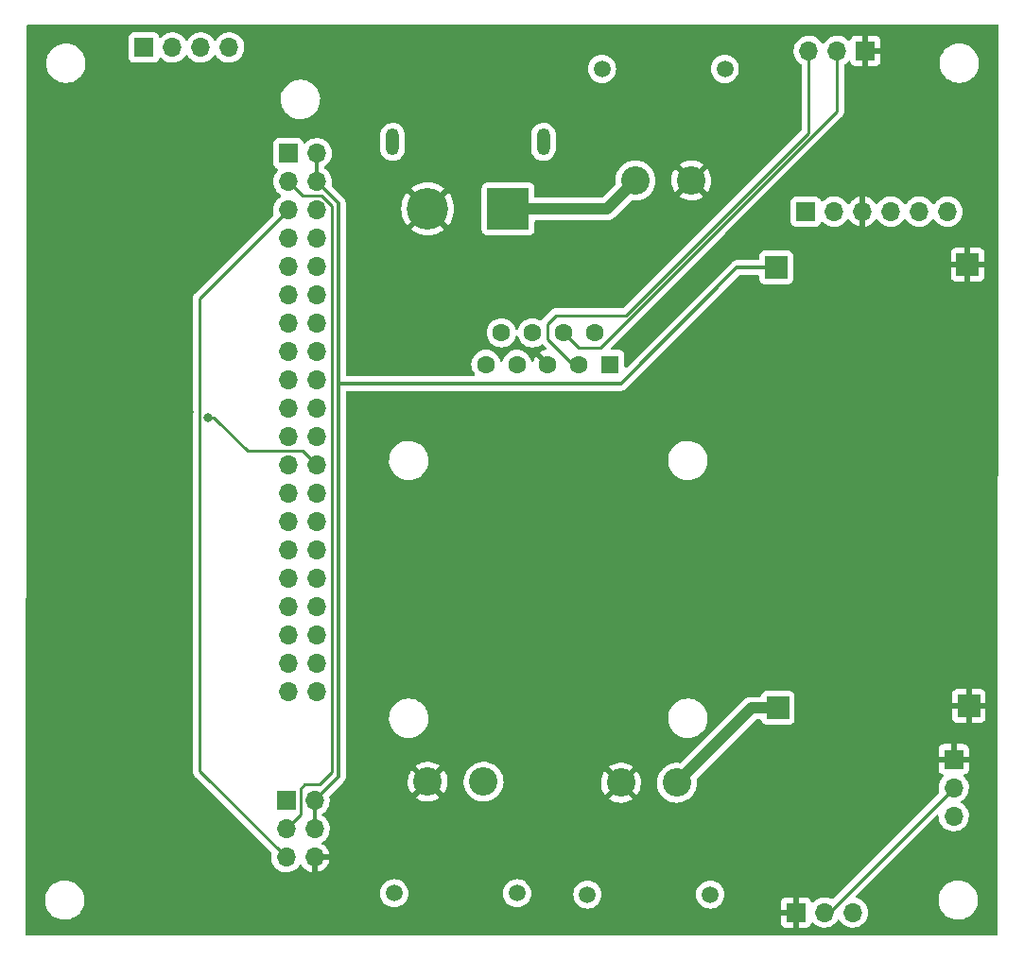
<source format=gbr>
%TF.GenerationSoftware,KiCad,Pcbnew,6.0.8-f2edbf62ab~116~ubuntu22.04.1*%
%TF.CreationDate,2022-11-03T19:19:17-04:00*%
%TF.ProjectId,MJBOTS-CubeSat,4d4a424f-5453-42d4-9375-62655361742e,rev?*%
%TF.SameCoordinates,Original*%
%TF.FileFunction,Copper,L1,Top*%
%TF.FilePolarity,Positive*%
%FSLAX46Y46*%
G04 Gerber Fmt 4.6, Leading zero omitted, Abs format (unit mm)*
G04 Created by KiCad (PCBNEW 6.0.8-f2edbf62ab~116~ubuntu22.04.1) date 2022-11-03 19:19:17*
%MOMM*%
%LPD*%
G01*
G04 APERTURE LIST*
%TA.AperFunction,ComponentPad*%
%ADD10R,1.600000X1.600000*%
%TD*%
%TA.AperFunction,ComponentPad*%
%ADD11C,1.600000*%
%TD*%
%TA.AperFunction,ComponentPad*%
%ADD12C,2.550000*%
%TD*%
%TA.AperFunction,ComponentPad*%
%ADD13C,1.500000*%
%TD*%
%TA.AperFunction,ComponentPad*%
%ADD14R,1.700000X1.700000*%
%TD*%
%TA.AperFunction,ComponentPad*%
%ADD15O,1.700000X1.700000*%
%TD*%
%TA.AperFunction,ComponentPad*%
%ADD16R,3.716000X3.716000*%
%TD*%
%TA.AperFunction,ComponentPad*%
%ADD17C,3.716000*%
%TD*%
%TA.AperFunction,ComponentPad*%
%ADD18O,1.200000X2.400000*%
%TD*%
%TA.AperFunction,ComponentPad*%
%ADD19R,2.000000X2.000000*%
%TD*%
%TA.AperFunction,ViaPad*%
%ADD20C,0.800000*%
%TD*%
%TA.AperFunction,Conductor*%
%ADD21C,0.250000*%
%TD*%
%TA.AperFunction,Conductor*%
%ADD22C,1.000000*%
%TD*%
%TA.AperFunction,Conductor*%
%ADD23C,0.300000*%
%TD*%
G04 APERTURE END LIST*
D10*
%TO.P,J4,1,1*%
%TO.N,unconnected-(J4-Pad1)*%
X147700000Y-76000000D03*
D11*
%TO.P,J4,2,2*%
%TO.N,/CAN_L*%
X144930000Y-76000000D03*
%TO.P,J4,3,3*%
%TO.N,GND*%
X142160000Y-76000000D03*
%TO.P,J4,4,4*%
%TO.N,unconnected-(J4-Pad4)*%
X139390000Y-76000000D03*
%TO.P,J4,5,5*%
%TO.N,unconnected-(J4-Pad5)*%
X136620000Y-76000000D03*
%TO.P,J4,6,6*%
%TO.N,unconnected-(J4-Pad6)*%
X146315000Y-73160000D03*
%TO.P,J4,7,7*%
%TO.N,/CAN_H*%
X143545000Y-73160000D03*
%TO.P,J4,8,8*%
%TO.N,unconnected-(J4-Pad8)*%
X140775000Y-73160000D03*
%TO.P,J4,9,9*%
%TO.N,unconnected-(J4-Pad9)*%
X138005000Y-73160000D03*
%TD*%
D12*
%TO.P,J9,1,+*%
%TO.N,/VCC*%
X150000000Y-59512000D03*
%TO.P,J9,2,-*%
%TO.N,GND*%
X155000000Y-59512000D03*
D13*
%TO.P,J9,3*%
%TO.N,N/C*%
X158000000Y-49512000D03*
%TO.P,J9,4*%
X147000000Y-49512000D03*
%TD*%
D14*
%TO.P,J1,1,Pin_1*%
%TO.N,/3.3V*%
X118725000Y-115075000D03*
D15*
%TO.P,J1,2,Pin_2*%
%TO.N,/5V*%
X121265000Y-115075000D03*
%TO.P,J1,3,Pin_3*%
%TO.N,/SDA*%
X118725000Y-117615000D03*
%TO.P,J1,4,Pin_4*%
%TO.N,/5V*%
X121265000Y-117615000D03*
%TO.P,J1,5,Pin_5*%
%TO.N,/SCL*%
X118725000Y-120155000D03*
%TO.P,J1,6,Pin_6*%
%TO.N,GND*%
X121265000Y-120155000D03*
%TD*%
D14*
%TO.P,J2,1,Pin_1*%
%TO.N,/3.3V*%
X165250000Y-62300000D03*
D15*
%TO.P,J2,2,Pin_2*%
%TO.N,unconnected-(J2-Pad2)*%
X167790000Y-62300000D03*
%TO.P,J2,3,Pin_3*%
%TO.N,GND*%
X170330000Y-62300000D03*
%TO.P,J2,4,Pin_4*%
%TO.N,/SCL*%
X172870000Y-62300000D03*
%TO.P,J2,5,Pin_5*%
%TO.N,/SDA*%
X175410000Y-62300000D03*
%TO.P,J2,6,Pin_6*%
%TO.N,unconnected-(J2-Pad6)*%
X177950000Y-62300000D03*
%TD*%
D16*
%TO.P,J7,1,+*%
%TO.N,/VCC*%
X138600000Y-62065750D03*
D17*
%TO.P,J7,2,-*%
%TO.N,GND*%
X131400000Y-62065750D03*
D18*
%TO.P,J7,S1*%
%TO.N,N/C*%
X141750000Y-56065750D03*
%TO.P,J7,S2*%
X128250000Y-56065750D03*
%TD*%
D19*
%TO.P,U1,1,IN+*%
%TO.N,/VCC*%
X162750000Y-106750000D03*
%TO.P,U1,2,IN-*%
%TO.N,GND*%
X179850000Y-106600000D03*
%TO.P,U1,3,OUT+*%
%TO.N,/5V*%
X162602000Y-67314000D03*
%TO.P,U1,4,OUT-*%
%TO.N,GND*%
X179750000Y-67050000D03*
%TD*%
D14*
%TO.P,J6,1,Pin_1*%
%TO.N,GND*%
X164375000Y-125100000D03*
D15*
%TO.P,J6,2,Pin_2*%
%TO.N,/CAN_H*%
X166915000Y-125100000D03*
%TO.P,J6,3,Pin_3*%
%TO.N,/CAN_L*%
X169455000Y-125100000D03*
%TD*%
D14*
%TO.P,J11,1,Pin_1*%
%TO.N,/A-D Converter/CELL1*%
X106000000Y-47600000D03*
D15*
%TO.P,J11,2,Pin_2*%
%TO.N,/A-D Converter/CELL2*%
X108540000Y-47600000D03*
%TO.P,J11,3,Pin_3*%
%TO.N,/A-D Converter/CELL3*%
X111080000Y-47600000D03*
%TO.P,J11,4,Pin_4*%
%TO.N,/A-D Converter/VT*%
X113620000Y-47600000D03*
%TD*%
D14*
%TO.P,J3,1,Pin_1*%
%TO.N,/3.3V*%
X118925000Y-57075000D03*
D15*
%TO.P,J3,2,Pin_2*%
%TO.N,/5V*%
X121465000Y-57075000D03*
%TO.P,J3,3,Pin_3*%
%TO.N,/SDA*%
X118925000Y-59615000D03*
%TO.P,J3,4,Pin_4*%
%TO.N,/5V*%
X121465000Y-59615000D03*
%TO.P,J3,5,Pin_5*%
%TO.N,/SCL*%
X118925000Y-62155000D03*
%TO.P,J3,6,Pin_6*%
%TO.N,GND*%
X121465000Y-62155000D03*
%TO.P,J3,7,Pin_7*%
%TO.N,unconnected-(J3-Pad7)*%
X118925000Y-64695000D03*
%TO.P,J3,8,Pin_8*%
%TO.N,unconnected-(J3-Pad8)*%
X121465000Y-64695000D03*
%TO.P,J3,9,Pin_9*%
%TO.N,unconnected-(J3-Pad9)*%
X118925000Y-67235000D03*
%TO.P,J3,10,Pin_10*%
%TO.N,unconnected-(J3-Pad10)*%
X121465000Y-67235000D03*
%TO.P,J3,11,Pin_11*%
%TO.N,unconnected-(J3-Pad11)*%
X118925000Y-69775000D03*
%TO.P,J3,12,Pin_12*%
%TO.N,unconnected-(J3-Pad12)*%
X121465000Y-69775000D03*
%TO.P,J3,13,Pin_13*%
%TO.N,unconnected-(J3-Pad13)*%
X118925000Y-72315000D03*
%TO.P,J3,14,Pin_14*%
%TO.N,unconnected-(J3-Pad14)*%
X121465000Y-72315000D03*
%TO.P,J3,15,Pin_15*%
%TO.N,unconnected-(J3-Pad15)*%
X118925000Y-74855000D03*
%TO.P,J3,16,Pin_16*%
%TO.N,unconnected-(J3-Pad16)*%
X121465000Y-74855000D03*
%TO.P,J3,17,Pin_17*%
%TO.N,unconnected-(J3-Pad17)*%
X118925000Y-77395000D03*
%TO.P,J3,18,Pin_18*%
%TO.N,unconnected-(J3-Pad18)*%
X121465000Y-77395000D03*
%TO.P,J3,19,Pin_19*%
%TO.N,/MOSI*%
X118925000Y-79935000D03*
%TO.P,J3,20,Pin_20*%
%TO.N,unconnected-(J3-Pad20)*%
X121465000Y-79935000D03*
%TO.P,J3,21,Pin_21*%
%TO.N,/MISO*%
X118925000Y-82475000D03*
%TO.P,J3,22,Pin_22*%
%TO.N,unconnected-(J3-Pad22)*%
X121465000Y-82475000D03*
%TO.P,J3,23,Pin_23*%
%TO.N,/SCLK*%
X118925000Y-85015000D03*
%TO.P,J3,24,Pin_24*%
%TO.N,/CS*%
X121465000Y-85015000D03*
%TO.P,J3,25,Pin_25*%
%TO.N,unconnected-(J3-Pad25)*%
X118925000Y-87555000D03*
%TO.P,J3,26,Pin_26*%
%TO.N,unconnected-(J3-Pad26)*%
X121465000Y-87555000D03*
%TO.P,J3,27,Pin_27*%
%TO.N,unconnected-(J3-Pad27)*%
X118925000Y-90095000D03*
%TO.P,J3,28,Pin_28*%
%TO.N,unconnected-(J3-Pad28)*%
X121465000Y-90095000D03*
%TO.P,J3,29,Pin_29*%
%TO.N,unconnected-(J3-Pad29)*%
X118925000Y-92635000D03*
%TO.P,J3,30,Pin_30*%
%TO.N,unconnected-(J3-Pad30)*%
X121465000Y-92635000D03*
%TO.P,J3,31,Pin_31*%
%TO.N,unconnected-(J3-Pad31)*%
X118925000Y-95175000D03*
%TO.P,J3,32,Pin_32*%
%TO.N,unconnected-(J3-Pad32)*%
X121465000Y-95175000D03*
%TO.P,J3,33,Pin_33*%
%TO.N,unconnected-(J3-Pad33)*%
X118925000Y-97715000D03*
%TO.P,J3,34,Pin_34*%
%TO.N,unconnected-(J3-Pad34)*%
X121465000Y-97715000D03*
%TO.P,J3,35,Pin_35*%
%TO.N,unconnected-(J3-Pad35)*%
X118925000Y-100255000D03*
%TO.P,J3,36,Pin_36*%
%TO.N,unconnected-(J3-Pad36)*%
X121465000Y-100255000D03*
%TO.P,J3,37,Pin_37*%
%TO.N,unconnected-(J3-Pad37)*%
X118925000Y-102795000D03*
%TO.P,J3,38,Pin_38*%
%TO.N,unconnected-(J3-Pad38)*%
X121465000Y-102795000D03*
%TO.P,J3,39,Pin_39*%
%TO.N,unconnected-(J3-Pad39)*%
X118925000Y-105335000D03*
%TO.P,J3,40,Pin_40*%
%TO.N,unconnected-(J3-Pad40)*%
X121465000Y-105335000D03*
%TD*%
D14*
%TO.P,J12,1,Pin_1*%
%TO.N,GND*%
X178500000Y-111375000D03*
D15*
%TO.P,J12,2,Pin_2*%
%TO.N,/CAN_H*%
X178500000Y-113915000D03*
%TO.P,J12,3,Pin_3*%
%TO.N,/CAN_L*%
X178500000Y-116455000D03*
%TD*%
D12*
%TO.P,J8,1,+*%
%TO.N,/VCC*%
X153700000Y-113488000D03*
%TO.P,J8,2,-*%
%TO.N,GND*%
X148700000Y-113488000D03*
D13*
%TO.P,J8,3*%
%TO.N,N/C*%
X145700000Y-123488000D03*
%TO.P,J8,4*%
X156700000Y-123488000D03*
%TD*%
D14*
%TO.P,J5,1,Pin_1*%
%TO.N,GND*%
X170600000Y-47900000D03*
D15*
%TO.P,J5,2,Pin_2*%
%TO.N,/CAN_H*%
X168060000Y-47900000D03*
%TO.P,J5,3,Pin_3*%
%TO.N,/CAN_L*%
X165520000Y-47900000D03*
%TD*%
D12*
%TO.P,J10,1,+*%
%TO.N,/VCC*%
X136400000Y-113388000D03*
%TO.P,J10,2,-*%
%TO.N,GND*%
X131400000Y-113388000D03*
D13*
%TO.P,J10,3*%
%TO.N,N/C*%
X128400000Y-123388000D03*
%TO.P,J10,4*%
X139400000Y-123388000D03*
%TD*%
D20*
%TO.N,GND*%
X110000000Y-80300000D03*
%TO.N,/CS*%
X111750000Y-80750000D03*
%TD*%
D21*
%TO.N,/CAN_L*%
X165520000Y-47900000D02*
X165520000Y-55243604D01*
X165520000Y-55243604D02*
X149163604Y-71600000D01*
X149163604Y-71600000D02*
X142900000Y-71600000D01*
X142900000Y-71600000D02*
X142100000Y-72400000D01*
X142100000Y-72400000D02*
X142100000Y-73700000D01*
X142100000Y-73700000D02*
X144400000Y-76000000D01*
X144400000Y-76000000D02*
X144930000Y-76000000D01*
%TO.N,/CAN_H*%
X144885000Y-74500000D02*
X146900000Y-74500000D01*
X143545000Y-73160000D02*
X144885000Y-74500000D01*
X146900000Y-74500000D02*
X168060000Y-53340000D01*
X168060000Y-53340000D02*
X168060000Y-47900000D01*
D22*
%TO.N,/VCC*%
X153700000Y-113488000D02*
X160388000Y-106800000D01*
X160388000Y-106800000D02*
X162700000Y-106800000D01*
X162700000Y-106800000D02*
X162750000Y-106750000D01*
X147446250Y-62065750D02*
X150000000Y-59512000D01*
X138600000Y-62065750D02*
X147446250Y-62065750D01*
D23*
%TO.N,/5V*%
X123400000Y-77700000D02*
X148700000Y-77700000D01*
X123400000Y-77700000D02*
X123400000Y-112940000D01*
X121265000Y-115075000D02*
X121265000Y-117615000D01*
X121465000Y-57075000D02*
X121465000Y-59615000D01*
X123400000Y-112940000D02*
X121265000Y-115075000D01*
X159086000Y-67314000D02*
X162602000Y-67314000D01*
X148700000Y-77700000D02*
X159086000Y-67314000D01*
X123400000Y-77700000D02*
X123400000Y-61550000D01*
X123400000Y-61550000D02*
X121465000Y-59615000D01*
D21*
%TO.N,/SCL*%
X111000000Y-70080000D02*
X111000000Y-112430000D01*
X118925000Y-62155000D02*
X111000000Y-70080000D01*
X111000000Y-112430000D02*
X118725000Y-120155000D01*
%TO.N,/SDA*%
X122800000Y-61800000D02*
X122800000Y-112500000D01*
X120210000Y-60900000D02*
X121900000Y-60900000D01*
X121700000Y-113600000D02*
X120400000Y-113600000D01*
X118925000Y-59615000D02*
X120210000Y-60900000D01*
X120000000Y-116340000D02*
X118725000Y-117615000D01*
X122800000Y-112500000D02*
X121700000Y-113600000D01*
X120000000Y-114000000D02*
X120000000Y-116340000D01*
X121900000Y-60900000D02*
X122800000Y-61800000D01*
X120400000Y-113600000D02*
X120000000Y-114000000D01*
%TO.N,/CS*%
X120200000Y-83750000D02*
X119000000Y-83750000D01*
X112250000Y-80750000D02*
X111750000Y-80750000D01*
X121465000Y-85015000D02*
X120200000Y-83750000D01*
X115250000Y-83750000D02*
X112500000Y-81000000D01*
X119000000Y-83750000D02*
X115250000Y-83750000D01*
X112500000Y-81000000D02*
X112250000Y-80750000D01*
%TO.N,/CAN_H*%
X167315000Y-125100000D02*
X166915000Y-125100000D01*
X178500000Y-113915000D02*
X167315000Y-125100000D01*
%TD*%
%TA.AperFunction,Conductor*%
%TO.N,GND*%
G36*
X182432852Y-45528502D02*
G01*
X182479345Y-45582158D01*
X182490731Y-45634652D01*
X182392266Y-127065652D01*
X182372181Y-127133749D01*
X182318470Y-127180177D01*
X182266266Y-127191500D01*
X95535269Y-127191500D01*
X95467148Y-127171498D01*
X95420655Y-127117842D01*
X95409269Y-127065348D01*
X95410564Y-125994669D01*
X163017001Y-125994669D01*
X163017371Y-126001490D01*
X163022895Y-126052352D01*
X163026521Y-126067604D01*
X163071676Y-126188054D01*
X163080214Y-126203649D01*
X163156715Y-126305724D01*
X163169276Y-126318285D01*
X163271351Y-126394786D01*
X163286946Y-126403324D01*
X163407394Y-126448478D01*
X163422649Y-126452105D01*
X163473514Y-126457631D01*
X163480328Y-126458000D01*
X164102885Y-126458000D01*
X164118124Y-126453525D01*
X164119329Y-126452135D01*
X164121000Y-126444452D01*
X164121000Y-126439884D01*
X164629000Y-126439884D01*
X164633475Y-126455123D01*
X164634865Y-126456328D01*
X164642548Y-126457999D01*
X165269669Y-126457999D01*
X165276490Y-126457629D01*
X165327352Y-126452105D01*
X165342604Y-126448479D01*
X165463054Y-126403324D01*
X165478649Y-126394786D01*
X165580724Y-126318285D01*
X165593285Y-126305724D01*
X165669786Y-126203649D01*
X165678324Y-126188054D01*
X165719225Y-126078952D01*
X165761867Y-126022188D01*
X165828428Y-125997488D01*
X165897777Y-126012696D01*
X165932444Y-126040684D01*
X165957865Y-126070031D01*
X165957869Y-126070035D01*
X165961250Y-126073938D01*
X166133126Y-126216632D01*
X166326000Y-126329338D01*
X166534692Y-126409030D01*
X166539760Y-126410061D01*
X166539763Y-126410062D01*
X166647017Y-126431883D01*
X166753597Y-126453567D01*
X166758772Y-126453757D01*
X166758774Y-126453757D01*
X166971673Y-126461564D01*
X166971677Y-126461564D01*
X166976837Y-126461753D01*
X166981957Y-126461097D01*
X166981959Y-126461097D01*
X167193288Y-126434025D01*
X167193289Y-126434025D01*
X167198416Y-126433368D01*
X167203366Y-126431883D01*
X167407429Y-126370661D01*
X167407434Y-126370659D01*
X167412384Y-126369174D01*
X167612994Y-126270896D01*
X167794860Y-126141173D01*
X167953096Y-125983489D01*
X168083453Y-125802077D01*
X168084776Y-125803028D01*
X168131645Y-125759857D01*
X168201580Y-125747625D01*
X168267026Y-125775144D01*
X168294875Y-125806994D01*
X168354987Y-125905088D01*
X168501250Y-126073938D01*
X168673126Y-126216632D01*
X168866000Y-126329338D01*
X169074692Y-126409030D01*
X169079760Y-126410061D01*
X169079763Y-126410062D01*
X169187017Y-126431883D01*
X169293597Y-126453567D01*
X169298772Y-126453757D01*
X169298774Y-126453757D01*
X169511673Y-126461564D01*
X169511677Y-126461564D01*
X169516837Y-126461753D01*
X169521957Y-126461097D01*
X169521959Y-126461097D01*
X169733288Y-126434025D01*
X169733289Y-126434025D01*
X169738416Y-126433368D01*
X169743366Y-126431883D01*
X169947429Y-126370661D01*
X169947434Y-126370659D01*
X169952384Y-126369174D01*
X170152994Y-126270896D01*
X170334860Y-126141173D01*
X170493096Y-125983489D01*
X170623453Y-125802077D01*
X170644320Y-125759857D01*
X170720136Y-125606453D01*
X170720137Y-125606451D01*
X170722430Y-125601811D01*
X170787370Y-125388069D01*
X170816529Y-125166590D01*
X170817834Y-125113171D01*
X170818074Y-125103365D01*
X170818074Y-125103361D01*
X170818156Y-125100000D01*
X170799852Y-124877361D01*
X170745431Y-124660702D01*
X170656354Y-124455840D01*
X170535014Y-124268277D01*
X170388859Y-124107655D01*
X177139858Y-124107655D01*
X177175104Y-124366638D01*
X177176412Y-124371124D01*
X177176412Y-124371126D01*
X177192605Y-124426680D01*
X177248243Y-124617567D01*
X177250203Y-124621820D01*
X177250204Y-124621821D01*
X177270009Y-124664781D01*
X177357668Y-124854928D01*
X177360231Y-124858837D01*
X177498410Y-125069596D01*
X177498414Y-125069601D01*
X177500976Y-125073509D01*
X177675018Y-125268506D01*
X177875970Y-125435637D01*
X177879973Y-125438066D01*
X178095422Y-125568804D01*
X178095426Y-125568806D01*
X178099419Y-125571229D01*
X178340455Y-125672303D01*
X178593783Y-125736641D01*
X178598434Y-125737109D01*
X178598438Y-125737110D01*
X178791308Y-125756531D01*
X178810867Y-125758500D01*
X178966354Y-125758500D01*
X178968679Y-125758327D01*
X178968685Y-125758327D01*
X179156000Y-125744407D01*
X179156004Y-125744406D01*
X179160652Y-125744061D01*
X179165200Y-125743032D01*
X179165206Y-125743031D01*
X179351601Y-125700853D01*
X179415577Y-125686377D01*
X179451769Y-125672303D01*
X179654824Y-125593340D01*
X179654827Y-125593339D01*
X179659177Y-125591647D01*
X179886098Y-125461951D01*
X180091357Y-125300138D01*
X180270443Y-125109763D01*
X180419424Y-124895009D01*
X180445011Y-124843124D01*
X180532960Y-124664781D01*
X180532961Y-124664778D01*
X180535025Y-124660593D01*
X180537998Y-124651307D01*
X180613280Y-124416123D01*
X180614707Y-124411665D01*
X180656721Y-124153693D01*
X180659229Y-123962101D01*
X180660081Y-123897022D01*
X180660081Y-123897019D01*
X180660142Y-123892345D01*
X180624896Y-123633362D01*
X180610473Y-123583877D01*
X180554975Y-123393475D01*
X180551757Y-123382433D01*
X180442332Y-123145072D01*
X180380616Y-123050939D01*
X180301590Y-122930404D01*
X180301586Y-122930399D01*
X180299024Y-122926491D01*
X180124982Y-122731494D01*
X179924030Y-122564363D01*
X179846130Y-122517092D01*
X179704578Y-122431196D01*
X179704574Y-122431194D01*
X179700581Y-122428771D01*
X179459545Y-122327697D01*
X179206217Y-122263359D01*
X179201566Y-122262891D01*
X179201562Y-122262890D01*
X178992271Y-122241816D01*
X178989133Y-122241500D01*
X178833646Y-122241500D01*
X178831321Y-122241673D01*
X178831315Y-122241673D01*
X178644000Y-122255593D01*
X178643996Y-122255594D01*
X178639348Y-122255939D01*
X178634800Y-122256968D01*
X178634794Y-122256969D01*
X178481670Y-122291618D01*
X178384423Y-122313623D01*
X178380071Y-122315315D01*
X178380069Y-122315316D01*
X178145176Y-122406660D01*
X178145173Y-122406661D01*
X178140823Y-122408353D01*
X177913902Y-122538049D01*
X177708643Y-122699862D01*
X177529557Y-122890237D01*
X177380576Y-123104991D01*
X177264975Y-123339407D01*
X177185293Y-123588335D01*
X177143279Y-123846307D01*
X177139858Y-124107655D01*
X170388859Y-124107655D01*
X170384670Y-124103051D01*
X170380619Y-124099852D01*
X170380615Y-124099848D01*
X170213414Y-123967800D01*
X170213410Y-123967798D01*
X170209359Y-123964598D01*
X170013789Y-123856638D01*
X170008920Y-123854914D01*
X170008916Y-123854912D01*
X169808086Y-123783795D01*
X169803212Y-123782069D01*
X169798113Y-123781161D01*
X169797690Y-123781049D01*
X169736936Y-123744314D01*
X169705687Y-123680564D01*
X169713864Y-123610040D01*
X169740772Y-123570132D01*
X176925019Y-116385885D01*
X176987331Y-116351859D01*
X177058146Y-116356924D01*
X177114982Y-116399471D01*
X177139905Y-116467727D01*
X177140774Y-116482799D01*
X177150110Y-116644715D01*
X177151247Y-116649761D01*
X177151248Y-116649767D01*
X177171119Y-116737939D01*
X177199222Y-116862639D01*
X177283266Y-117069616D01*
X177399987Y-117260088D01*
X177546250Y-117428938D01*
X177718126Y-117571632D01*
X177911000Y-117684338D01*
X178119692Y-117764030D01*
X178124760Y-117765061D01*
X178124763Y-117765062D01*
X178232017Y-117786883D01*
X178338597Y-117808567D01*
X178343772Y-117808757D01*
X178343774Y-117808757D01*
X178556673Y-117816564D01*
X178556677Y-117816564D01*
X178561837Y-117816753D01*
X178566957Y-117816097D01*
X178566959Y-117816097D01*
X178778288Y-117789025D01*
X178778289Y-117789025D01*
X178783416Y-117788368D01*
X178788366Y-117786883D01*
X178992429Y-117725661D01*
X178992434Y-117725659D01*
X178997384Y-117724174D01*
X179197994Y-117625896D01*
X179379860Y-117496173D01*
X179538096Y-117338489D01*
X179597594Y-117255689D01*
X179665435Y-117161277D01*
X179668453Y-117157077D01*
X179674766Y-117144305D01*
X179765136Y-116961453D01*
X179765137Y-116961451D01*
X179767430Y-116956811D01*
X179820154Y-116783277D01*
X179830865Y-116748023D01*
X179830865Y-116748021D01*
X179832370Y-116743069D01*
X179861529Y-116521590D01*
X179863156Y-116455000D01*
X179844852Y-116232361D01*
X179790431Y-116015702D01*
X179701354Y-115810840D01*
X179580014Y-115623277D01*
X179429670Y-115458051D01*
X179425619Y-115454852D01*
X179425615Y-115454848D01*
X179258414Y-115322800D01*
X179258410Y-115322798D01*
X179254359Y-115319598D01*
X179213053Y-115296796D01*
X179163084Y-115246364D01*
X179148312Y-115176921D01*
X179173428Y-115110516D01*
X179200780Y-115083909D01*
X179278933Y-115028163D01*
X179379860Y-114956173D01*
X179401180Y-114934928D01*
X179534435Y-114802137D01*
X179538096Y-114798489D01*
X179668453Y-114617077D01*
X179692777Y-114567862D01*
X179765136Y-114421453D01*
X179765137Y-114421451D01*
X179767430Y-114416811D01*
X179819604Y-114245086D01*
X179830865Y-114208023D01*
X179830865Y-114208021D01*
X179832370Y-114203069D01*
X179861529Y-113981590D01*
X179861785Y-113971109D01*
X179863074Y-113918365D01*
X179863074Y-113918361D01*
X179863156Y-113915000D01*
X179844852Y-113692361D01*
X179790431Y-113475702D01*
X179701354Y-113270840D01*
X179640924Y-113177430D01*
X179582822Y-113087617D01*
X179582820Y-113087614D01*
X179580014Y-113083277D01*
X179576540Y-113079459D01*
X179576533Y-113079450D01*
X179432435Y-112921088D01*
X179401383Y-112857242D01*
X179409779Y-112786744D01*
X179454956Y-112731976D01*
X179481400Y-112718307D01*
X179588052Y-112678325D01*
X179603649Y-112669786D01*
X179705724Y-112593285D01*
X179718285Y-112580724D01*
X179794786Y-112478649D01*
X179803324Y-112463054D01*
X179848478Y-112342606D01*
X179852105Y-112327351D01*
X179857631Y-112276486D01*
X179858000Y-112269672D01*
X179858000Y-111647115D01*
X179853525Y-111631876D01*
X179852135Y-111630671D01*
X179844452Y-111629000D01*
X177160116Y-111629000D01*
X177144877Y-111633475D01*
X177143672Y-111634865D01*
X177142001Y-111642548D01*
X177142001Y-112269669D01*
X177142371Y-112276490D01*
X177147895Y-112327352D01*
X177151521Y-112342604D01*
X177196676Y-112463054D01*
X177205214Y-112478649D01*
X177281715Y-112580724D01*
X177294276Y-112593285D01*
X177396351Y-112669786D01*
X177411946Y-112678324D01*
X177520827Y-112719142D01*
X177577591Y-112761784D01*
X177602291Y-112828345D01*
X177587083Y-112897694D01*
X177567691Y-112924175D01*
X177459366Y-113037531D01*
X177440629Y-113057138D01*
X177437715Y-113061410D01*
X177437714Y-113061411D01*
X177391015Y-113129870D01*
X177314743Y-113241680D01*
X177299003Y-113275590D01*
X177240877Y-113400812D01*
X177220688Y-113444305D01*
X177160989Y-113659570D01*
X177137251Y-113881695D01*
X177137548Y-113886848D01*
X177137548Y-113886851D01*
X177144055Y-113999703D01*
X177150110Y-114104715D01*
X177151247Y-114109761D01*
X177151248Y-114109767D01*
X177183453Y-114252668D01*
X177178917Y-114323520D01*
X177149631Y-114369464D01*
X167662367Y-123856728D01*
X167600055Y-123890754D01*
X167529240Y-123885689D01*
X167512390Y-123877947D01*
X167473789Y-123856638D01*
X167328572Y-123805214D01*
X167268087Y-123783795D01*
X167268083Y-123783794D01*
X167263212Y-123782069D01*
X167258119Y-123781162D01*
X167258116Y-123781161D01*
X167048373Y-123743800D01*
X167048367Y-123743799D01*
X167043284Y-123742894D01*
X166969452Y-123741992D01*
X166825081Y-123740228D01*
X166825079Y-123740228D01*
X166819911Y-123740165D01*
X166599091Y-123773955D01*
X166386756Y-123843357D01*
X166188607Y-123946507D01*
X166184474Y-123949610D01*
X166184471Y-123949612D01*
X166085180Y-124024162D01*
X166009965Y-124080635D01*
X166006393Y-124084373D01*
X165928898Y-124165466D01*
X165867374Y-124200895D01*
X165796462Y-124197438D01*
X165738676Y-124156192D01*
X165719823Y-124122644D01*
X165678324Y-124011946D01*
X165669786Y-123996351D01*
X165593285Y-123894276D01*
X165580724Y-123881715D01*
X165478649Y-123805214D01*
X165463054Y-123796676D01*
X165342606Y-123751522D01*
X165327351Y-123747895D01*
X165276486Y-123742369D01*
X165269672Y-123742000D01*
X164647115Y-123742000D01*
X164631876Y-123746475D01*
X164630671Y-123747865D01*
X164629000Y-123755548D01*
X164629000Y-126439884D01*
X164121000Y-126439884D01*
X164121000Y-125372115D01*
X164116525Y-125356876D01*
X164115135Y-125355671D01*
X164107452Y-125354000D01*
X163035116Y-125354000D01*
X163019877Y-125358475D01*
X163018672Y-125359865D01*
X163017001Y-125367548D01*
X163017001Y-125994669D01*
X95410564Y-125994669D01*
X95412845Y-124107655D01*
X97139858Y-124107655D01*
X97175104Y-124366638D01*
X97176412Y-124371124D01*
X97176412Y-124371126D01*
X97192605Y-124426680D01*
X97248243Y-124617567D01*
X97250203Y-124621820D01*
X97250204Y-124621821D01*
X97270009Y-124664781D01*
X97357668Y-124854928D01*
X97360231Y-124858837D01*
X97498410Y-125069596D01*
X97498414Y-125069601D01*
X97500976Y-125073509D01*
X97675018Y-125268506D01*
X97875970Y-125435637D01*
X97879973Y-125438066D01*
X98095422Y-125568804D01*
X98095426Y-125568806D01*
X98099419Y-125571229D01*
X98340455Y-125672303D01*
X98593783Y-125736641D01*
X98598434Y-125737109D01*
X98598438Y-125737110D01*
X98791308Y-125756531D01*
X98810867Y-125758500D01*
X98966354Y-125758500D01*
X98968679Y-125758327D01*
X98968685Y-125758327D01*
X99156000Y-125744407D01*
X99156004Y-125744406D01*
X99160652Y-125744061D01*
X99165200Y-125743032D01*
X99165206Y-125743031D01*
X99351601Y-125700853D01*
X99415577Y-125686377D01*
X99451769Y-125672303D01*
X99654824Y-125593340D01*
X99654827Y-125593339D01*
X99659177Y-125591647D01*
X99886098Y-125461951D01*
X100091357Y-125300138D01*
X100270443Y-125109763D01*
X100419424Y-124895009D01*
X100445011Y-124843124D01*
X100452526Y-124827885D01*
X163017000Y-124827885D01*
X163021475Y-124843124D01*
X163022865Y-124844329D01*
X163030548Y-124846000D01*
X164102885Y-124846000D01*
X164118124Y-124841525D01*
X164119329Y-124840135D01*
X164121000Y-124832452D01*
X164121000Y-123760116D01*
X164116525Y-123744877D01*
X164115135Y-123743672D01*
X164107452Y-123742001D01*
X163480331Y-123742001D01*
X163473510Y-123742371D01*
X163422648Y-123747895D01*
X163407396Y-123751521D01*
X163286946Y-123796676D01*
X163271351Y-123805214D01*
X163169276Y-123881715D01*
X163156715Y-123894276D01*
X163080214Y-123996351D01*
X163071676Y-124011946D01*
X163026522Y-124132394D01*
X163022895Y-124147649D01*
X163017369Y-124198514D01*
X163017000Y-124205328D01*
X163017000Y-124827885D01*
X100452526Y-124827885D01*
X100532960Y-124664781D01*
X100532961Y-124664778D01*
X100535025Y-124660593D01*
X100537998Y-124651307D01*
X100613280Y-124416123D01*
X100614707Y-124411665D01*
X100656721Y-124153693D01*
X100659229Y-123962101D01*
X100660081Y-123897022D01*
X100660081Y-123897019D01*
X100660142Y-123892345D01*
X100624896Y-123633362D01*
X100610473Y-123583877D01*
X100554975Y-123393475D01*
X100553379Y-123388000D01*
X127136693Y-123388000D01*
X127155885Y-123607371D01*
X127212880Y-123820076D01*
X127247480Y-123894276D01*
X127303618Y-124014666D01*
X127303621Y-124014671D01*
X127305944Y-124019653D01*
X127309100Y-124024160D01*
X127309101Y-124024162D01*
X127401550Y-124156192D01*
X127432251Y-124200038D01*
X127587962Y-124355749D01*
X127768346Y-124482056D01*
X127967924Y-124575120D01*
X128180629Y-124632115D01*
X128400000Y-124651307D01*
X128619371Y-124632115D01*
X128832076Y-124575120D01*
X129031654Y-124482056D01*
X129212038Y-124355749D01*
X129367749Y-124200038D01*
X129398451Y-124156192D01*
X129490899Y-124024162D01*
X129490900Y-124024160D01*
X129494056Y-124019653D01*
X129496379Y-124014671D01*
X129496382Y-124014666D01*
X129552520Y-123894276D01*
X129587120Y-123820076D01*
X129644115Y-123607371D01*
X129663307Y-123388000D01*
X138136693Y-123388000D01*
X138155885Y-123607371D01*
X138212880Y-123820076D01*
X138247480Y-123894276D01*
X138303618Y-124014666D01*
X138303621Y-124014671D01*
X138305944Y-124019653D01*
X138309100Y-124024160D01*
X138309101Y-124024162D01*
X138401550Y-124156192D01*
X138432251Y-124200038D01*
X138587962Y-124355749D01*
X138768346Y-124482056D01*
X138967924Y-124575120D01*
X139180629Y-124632115D01*
X139400000Y-124651307D01*
X139619371Y-124632115D01*
X139832076Y-124575120D01*
X140031654Y-124482056D01*
X140212038Y-124355749D01*
X140367749Y-124200038D01*
X140398451Y-124156192D01*
X140490899Y-124024162D01*
X140490900Y-124024160D01*
X140494056Y-124019653D01*
X140496379Y-124014671D01*
X140496382Y-124014666D01*
X140552520Y-123894276D01*
X140587120Y-123820076D01*
X140644115Y-123607371D01*
X140654558Y-123488000D01*
X144436693Y-123488000D01*
X144455885Y-123707371D01*
X144512880Y-123920076D01*
X144515205Y-123925061D01*
X144603618Y-124114666D01*
X144603621Y-124114671D01*
X144605944Y-124119653D01*
X144609100Y-124124160D01*
X144609101Y-124124162D01*
X144713051Y-124272617D01*
X144732251Y-124300038D01*
X144887962Y-124455749D01*
X144892471Y-124458906D01*
X144892473Y-124458908D01*
X144921023Y-124478899D01*
X145068346Y-124582056D01*
X145267924Y-124675120D01*
X145480629Y-124732115D01*
X145700000Y-124751307D01*
X145919371Y-124732115D01*
X146132076Y-124675120D01*
X146331654Y-124582056D01*
X146478977Y-124478899D01*
X146507527Y-124458908D01*
X146507529Y-124458906D01*
X146512038Y-124455749D01*
X146667749Y-124300038D01*
X146686950Y-124272617D01*
X146790899Y-124124162D01*
X146790900Y-124124160D01*
X146794056Y-124119653D01*
X146796379Y-124114671D01*
X146796382Y-124114666D01*
X146884795Y-123925061D01*
X146887120Y-123920076D01*
X146944115Y-123707371D01*
X146963307Y-123488000D01*
X155436693Y-123488000D01*
X155455885Y-123707371D01*
X155512880Y-123920076D01*
X155515205Y-123925061D01*
X155603618Y-124114666D01*
X155603621Y-124114671D01*
X155605944Y-124119653D01*
X155609100Y-124124160D01*
X155609101Y-124124162D01*
X155713051Y-124272617D01*
X155732251Y-124300038D01*
X155887962Y-124455749D01*
X155892471Y-124458906D01*
X155892473Y-124458908D01*
X155921023Y-124478899D01*
X156068346Y-124582056D01*
X156267924Y-124675120D01*
X156480629Y-124732115D01*
X156700000Y-124751307D01*
X156919371Y-124732115D01*
X157132076Y-124675120D01*
X157331654Y-124582056D01*
X157478977Y-124478899D01*
X157507527Y-124458908D01*
X157507529Y-124458906D01*
X157512038Y-124455749D01*
X157667749Y-124300038D01*
X157686950Y-124272617D01*
X157790899Y-124124162D01*
X157790900Y-124124160D01*
X157794056Y-124119653D01*
X157796379Y-124114671D01*
X157796382Y-124114666D01*
X157884795Y-123925061D01*
X157887120Y-123920076D01*
X157944115Y-123707371D01*
X157963307Y-123488000D01*
X157944115Y-123268629D01*
X157887120Y-123055924D01*
X157808270Y-122886829D01*
X157796382Y-122861334D01*
X157796379Y-122861329D01*
X157794056Y-122856347D01*
X157727527Y-122761334D01*
X157670908Y-122680473D01*
X157670906Y-122680470D01*
X157667749Y-122675962D01*
X157512038Y-122520251D01*
X157331654Y-122393944D01*
X157132076Y-122300880D01*
X156919371Y-122243885D01*
X156700000Y-122224693D01*
X156480629Y-122243885D01*
X156267924Y-122300880D01*
X156174562Y-122344415D01*
X156073334Y-122391618D01*
X156073329Y-122391621D01*
X156068347Y-122393944D01*
X156063840Y-122397100D01*
X156063838Y-122397101D01*
X155892473Y-122517092D01*
X155892470Y-122517094D01*
X155887962Y-122520251D01*
X155732251Y-122675962D01*
X155729094Y-122680470D01*
X155729092Y-122680473D01*
X155672473Y-122761334D01*
X155605944Y-122856347D01*
X155603621Y-122861329D01*
X155603618Y-122861334D01*
X155591730Y-122886829D01*
X155512880Y-123055924D01*
X155455885Y-123268629D01*
X155436693Y-123488000D01*
X146963307Y-123488000D01*
X146944115Y-123268629D01*
X146887120Y-123055924D01*
X146808270Y-122886829D01*
X146796382Y-122861334D01*
X146796379Y-122861329D01*
X146794056Y-122856347D01*
X146727527Y-122761334D01*
X146670908Y-122680473D01*
X146670906Y-122680470D01*
X146667749Y-122675962D01*
X146512038Y-122520251D01*
X146331654Y-122393944D01*
X146132076Y-122300880D01*
X145919371Y-122243885D01*
X145700000Y-122224693D01*
X145480629Y-122243885D01*
X145267924Y-122300880D01*
X145174562Y-122344415D01*
X145073334Y-122391618D01*
X145073329Y-122391621D01*
X145068347Y-122393944D01*
X145063840Y-122397100D01*
X145063838Y-122397101D01*
X144892473Y-122517092D01*
X144892470Y-122517094D01*
X144887962Y-122520251D01*
X144732251Y-122675962D01*
X144729094Y-122680470D01*
X144729092Y-122680473D01*
X144672473Y-122761334D01*
X144605944Y-122856347D01*
X144603621Y-122861329D01*
X144603618Y-122861334D01*
X144591730Y-122886829D01*
X144512880Y-123055924D01*
X144455885Y-123268629D01*
X144436693Y-123488000D01*
X140654558Y-123488000D01*
X140663307Y-123388000D01*
X140644115Y-123168629D01*
X140587120Y-122955924D01*
X140538584Y-122851838D01*
X140496382Y-122761334D01*
X140496379Y-122761329D01*
X140494056Y-122756347D01*
X140490899Y-122751838D01*
X140370908Y-122580473D01*
X140370906Y-122580470D01*
X140367749Y-122575962D01*
X140212038Y-122420251D01*
X140198357Y-122410671D01*
X140132759Y-122364739D01*
X140031654Y-122293944D01*
X139832076Y-122200880D01*
X139619371Y-122143885D01*
X139400000Y-122124693D01*
X139180629Y-122143885D01*
X138967924Y-122200880D01*
X138880814Y-122241500D01*
X138773334Y-122291618D01*
X138773329Y-122291621D01*
X138768347Y-122293944D01*
X138763840Y-122297100D01*
X138763838Y-122297101D01*
X138592473Y-122417092D01*
X138592470Y-122417094D01*
X138587962Y-122420251D01*
X138432251Y-122575962D01*
X138429094Y-122580470D01*
X138429092Y-122580473D01*
X138309101Y-122751838D01*
X138305944Y-122756347D01*
X138303621Y-122761329D01*
X138303618Y-122761334D01*
X138261416Y-122851838D01*
X138212880Y-122955924D01*
X138155885Y-123168629D01*
X138136693Y-123388000D01*
X129663307Y-123388000D01*
X129644115Y-123168629D01*
X129587120Y-122955924D01*
X129538584Y-122851838D01*
X129496382Y-122761334D01*
X129496379Y-122761329D01*
X129494056Y-122756347D01*
X129490899Y-122751838D01*
X129370908Y-122580473D01*
X129370906Y-122580470D01*
X129367749Y-122575962D01*
X129212038Y-122420251D01*
X129198357Y-122410671D01*
X129132759Y-122364739D01*
X129031654Y-122293944D01*
X128832076Y-122200880D01*
X128619371Y-122143885D01*
X128400000Y-122124693D01*
X128180629Y-122143885D01*
X127967924Y-122200880D01*
X127880814Y-122241500D01*
X127773334Y-122291618D01*
X127773329Y-122291621D01*
X127768347Y-122293944D01*
X127763840Y-122297100D01*
X127763838Y-122297101D01*
X127592473Y-122417092D01*
X127592470Y-122417094D01*
X127587962Y-122420251D01*
X127432251Y-122575962D01*
X127429094Y-122580470D01*
X127429092Y-122580473D01*
X127309101Y-122751838D01*
X127305944Y-122756347D01*
X127303621Y-122761329D01*
X127303618Y-122761334D01*
X127261416Y-122851838D01*
X127212880Y-122955924D01*
X127155885Y-123168629D01*
X127136693Y-123388000D01*
X100553379Y-123388000D01*
X100551757Y-123382433D01*
X100442332Y-123145072D01*
X100380616Y-123050939D01*
X100301590Y-122930404D01*
X100301586Y-122930399D01*
X100299024Y-122926491D01*
X100124982Y-122731494D01*
X99924030Y-122564363D01*
X99846130Y-122517092D01*
X99704578Y-122431196D01*
X99704574Y-122431194D01*
X99700581Y-122428771D01*
X99459545Y-122327697D01*
X99206217Y-122263359D01*
X99201566Y-122262891D01*
X99201562Y-122262890D01*
X98992271Y-122241816D01*
X98989133Y-122241500D01*
X98833646Y-122241500D01*
X98831321Y-122241673D01*
X98831315Y-122241673D01*
X98644000Y-122255593D01*
X98643996Y-122255594D01*
X98639348Y-122255939D01*
X98634800Y-122256968D01*
X98634794Y-122256969D01*
X98481670Y-122291618D01*
X98384423Y-122313623D01*
X98380071Y-122315315D01*
X98380069Y-122315316D01*
X98145176Y-122406660D01*
X98145173Y-122406661D01*
X98140823Y-122408353D01*
X97913902Y-122538049D01*
X97708643Y-122699862D01*
X97529557Y-122890237D01*
X97380576Y-123104991D01*
X97264975Y-123339407D01*
X97185293Y-123588335D01*
X97143279Y-123846307D01*
X97139858Y-124107655D01*
X95412845Y-124107655D01*
X95478199Y-70059943D01*
X110361780Y-70059943D01*
X110362526Y-70067835D01*
X110365941Y-70103961D01*
X110366500Y-70115819D01*
X110366500Y-112351233D01*
X110365973Y-112362416D01*
X110364298Y-112369909D01*
X110364547Y-112377835D01*
X110364547Y-112377836D01*
X110366438Y-112437986D01*
X110366500Y-112441945D01*
X110366500Y-112469856D01*
X110366997Y-112473790D01*
X110366997Y-112473791D01*
X110367005Y-112473856D01*
X110367938Y-112485693D01*
X110369327Y-112529889D01*
X110374978Y-112549339D01*
X110378987Y-112568700D01*
X110381526Y-112588797D01*
X110384445Y-112596168D01*
X110384445Y-112596170D01*
X110397804Y-112629912D01*
X110401649Y-112641142D01*
X110413982Y-112683593D01*
X110418015Y-112690412D01*
X110418017Y-112690417D01*
X110424293Y-112701028D01*
X110432988Y-112718776D01*
X110440448Y-112737617D01*
X110445110Y-112744033D01*
X110445110Y-112744034D01*
X110466436Y-112773387D01*
X110472952Y-112783307D01*
X110495458Y-112821362D01*
X110509779Y-112835683D01*
X110522619Y-112850716D01*
X110534528Y-112867107D01*
X110540634Y-112872158D01*
X110568605Y-112895298D01*
X110577384Y-112903288D01*
X117374777Y-119700682D01*
X117408803Y-119762994D01*
X117407100Y-119823446D01*
X117385989Y-119899570D01*
X117362251Y-120121695D01*
X117375110Y-120344715D01*
X117376247Y-120349761D01*
X117376248Y-120349767D01*
X117389597Y-120409000D01*
X117424222Y-120562639D01*
X117508266Y-120769616D01*
X117624987Y-120960088D01*
X117771250Y-121128938D01*
X117943126Y-121271632D01*
X118136000Y-121384338D01*
X118344692Y-121464030D01*
X118349760Y-121465061D01*
X118349763Y-121465062D01*
X118444862Y-121484410D01*
X118563597Y-121508567D01*
X118568772Y-121508757D01*
X118568774Y-121508757D01*
X118781673Y-121516564D01*
X118781677Y-121516564D01*
X118786837Y-121516753D01*
X118791957Y-121516097D01*
X118791959Y-121516097D01*
X119003288Y-121489025D01*
X119003289Y-121489025D01*
X119008416Y-121488368D01*
X119013366Y-121486883D01*
X119217429Y-121425661D01*
X119217434Y-121425659D01*
X119222384Y-121424174D01*
X119422994Y-121325896D01*
X119604860Y-121196173D01*
X119763096Y-121038489D01*
X119822594Y-120955689D01*
X119893453Y-120857077D01*
X119894640Y-120857930D01*
X119941960Y-120814362D01*
X120011897Y-120802145D01*
X120077338Y-120829678D01*
X120105166Y-120861511D01*
X120162694Y-120955388D01*
X120168777Y-120963699D01*
X120308213Y-121124667D01*
X120315580Y-121131883D01*
X120479434Y-121267916D01*
X120487881Y-121273831D01*
X120671756Y-121381279D01*
X120681042Y-121385729D01*
X120880001Y-121461703D01*
X120889899Y-121464579D01*
X120993250Y-121485606D01*
X121007299Y-121484410D01*
X121011000Y-121474065D01*
X121011000Y-121473517D01*
X121519000Y-121473517D01*
X121523064Y-121487359D01*
X121536478Y-121489393D01*
X121543184Y-121488534D01*
X121553262Y-121486392D01*
X121757255Y-121425191D01*
X121766842Y-121421433D01*
X121958095Y-121327739D01*
X121966945Y-121322464D01*
X122140328Y-121198792D01*
X122148200Y-121192139D01*
X122299052Y-121041812D01*
X122305730Y-121033965D01*
X122430003Y-120861020D01*
X122435313Y-120852183D01*
X122529670Y-120661267D01*
X122533469Y-120651672D01*
X122595377Y-120447910D01*
X122597555Y-120437837D01*
X122598986Y-120426962D01*
X122596775Y-120412778D01*
X122583617Y-120409000D01*
X121537115Y-120409000D01*
X121521876Y-120413475D01*
X121520671Y-120414865D01*
X121519000Y-120422548D01*
X121519000Y-121473517D01*
X121011000Y-121473517D01*
X121011000Y-120027000D01*
X121031002Y-119958879D01*
X121084658Y-119912386D01*
X121137000Y-119901000D01*
X122583344Y-119901000D01*
X122596875Y-119897027D01*
X122598180Y-119887947D01*
X122556214Y-119720875D01*
X122552894Y-119711124D01*
X122467972Y-119515814D01*
X122463105Y-119506739D01*
X122347426Y-119327926D01*
X122341136Y-119319757D01*
X122197806Y-119162240D01*
X122190273Y-119155215D01*
X122023139Y-119023222D01*
X122014556Y-119017520D01*
X121977602Y-118997120D01*
X121927631Y-118946687D01*
X121912859Y-118877245D01*
X121937975Y-118810839D01*
X121965327Y-118784232D01*
X121988797Y-118767491D01*
X122144860Y-118656173D01*
X122303096Y-118498489D01*
X122433453Y-118317077D01*
X122454320Y-118274857D01*
X122530136Y-118121453D01*
X122530137Y-118121451D01*
X122532430Y-118116811D01*
X122564900Y-118009940D01*
X122595865Y-117908023D01*
X122595865Y-117908021D01*
X122597370Y-117903069D01*
X122626529Y-117681590D01*
X122628156Y-117615000D01*
X122609852Y-117392361D01*
X122555431Y-117175702D01*
X122466354Y-116970840D01*
X122345014Y-116783277D01*
X122194670Y-116618051D01*
X122190619Y-116614852D01*
X122190615Y-116614848D01*
X122023412Y-116482799D01*
X122019359Y-116479598D01*
X122014841Y-116477104D01*
X122014835Y-116477100D01*
X121988605Y-116462620D01*
X121938635Y-116412187D01*
X121923500Y-116352312D01*
X121923500Y-116338961D01*
X121943502Y-116270840D01*
X121976332Y-116236382D01*
X122056932Y-116178891D01*
X122144860Y-116116173D01*
X122303096Y-115958489D01*
X122433453Y-115777077D01*
X122532430Y-115576811D01*
X122597370Y-115363069D01*
X122626529Y-115141590D01*
X122626857Y-115128163D01*
X122628074Y-115078365D01*
X122628074Y-115078361D01*
X122628156Y-115075000D01*
X122609852Y-114852361D01*
X122600473Y-114815020D01*
X130337725Y-114815020D01*
X130346438Y-114826540D01*
X130448737Y-114901548D01*
X130456636Y-114906484D01*
X130682902Y-115025528D01*
X130691451Y-115029245D01*
X130932816Y-115113533D01*
X130941825Y-115115947D01*
X131193004Y-115163635D01*
X131202261Y-115164689D01*
X131457732Y-115174728D01*
X131467046Y-115174402D01*
X131721184Y-115146570D01*
X131730361Y-115144869D01*
X131977593Y-115079778D01*
X131986413Y-115076741D01*
X132221313Y-114975820D01*
X132229585Y-114971513D01*
X132446982Y-114836984D01*
X132454529Y-114831500D01*
X132456820Y-114829561D01*
X132465257Y-114816758D01*
X132459193Y-114806403D01*
X131412812Y-113760022D01*
X131398868Y-113752408D01*
X131397035Y-113752539D01*
X131390420Y-113756790D01*
X130344383Y-114802827D01*
X130337725Y-114815020D01*
X122600473Y-114815020D01*
X122588919Y-114769022D01*
X122591723Y-114698081D01*
X122622028Y-114649232D01*
X123807605Y-113463655D01*
X123816385Y-113455665D01*
X123816387Y-113455663D01*
X123823080Y-113451416D01*
X123832690Y-113441183D01*
X123871604Y-113399743D01*
X123874359Y-113396901D01*
X123894927Y-113376333D01*
X123897647Y-113372826D01*
X123905353Y-113363804D01*
X123922196Y-113345868D01*
X129612837Y-113345868D01*
X129625103Y-113601232D01*
X129626239Y-113610487D01*
X129676117Y-113861237D01*
X129678609Y-113870223D01*
X129765000Y-114110841D01*
X129768797Y-114119369D01*
X129889802Y-114344572D01*
X129894813Y-114352438D01*
X129961583Y-114441853D01*
X129972841Y-114450302D01*
X129985260Y-114443530D01*
X131027978Y-113400812D01*
X131034356Y-113389132D01*
X131764408Y-113389132D01*
X131764539Y-113390965D01*
X131768790Y-113397580D01*
X132818004Y-114446794D01*
X132830384Y-114453554D01*
X132838725Y-114447310D01*
X132968800Y-114245086D01*
X132973243Y-114236902D01*
X133078249Y-114003796D01*
X133081439Y-113995031D01*
X133150835Y-113748974D01*
X133152695Y-113739832D01*
X133185152Y-113484707D01*
X133185633Y-113478420D01*
X133187917Y-113391160D01*
X133187766Y-113384851D01*
X133184521Y-113341183D01*
X134612112Y-113341183D01*
X134612336Y-113345850D01*
X134612336Y-113345855D01*
X134614788Y-113396901D01*
X134624830Y-113605963D01*
X134638554Y-113674959D01*
X134675366Y-113860022D01*
X134676546Y-113865956D01*
X134678125Y-113870354D01*
X134678127Y-113870361D01*
X134726097Y-114003967D01*
X134766123Y-114115449D01*
X134891594Y-114348961D01*
X134894389Y-114352705D01*
X134894391Y-114352707D01*
X134942260Y-114416811D01*
X135050201Y-114561362D01*
X135053510Y-114564642D01*
X135053515Y-114564648D01*
X135189795Y-114699743D01*
X135238462Y-114747987D01*
X135242224Y-114750745D01*
X135242227Y-114750748D01*
X135378610Y-114850748D01*
X135452239Y-114904735D01*
X135456382Y-114906915D01*
X135456384Y-114906916D01*
X135682687Y-115025980D01*
X135682692Y-115025982D01*
X135686837Y-115028163D01*
X135691260Y-115029708D01*
X135691261Y-115029708D01*
X135852160Y-115085896D01*
X135937102Y-115115559D01*
X135941695Y-115116431D01*
X136192947Y-115164133D01*
X136192950Y-115164133D01*
X136197536Y-115165004D01*
X136323411Y-115169950D01*
X136457750Y-115175228D01*
X136457755Y-115175228D01*
X136462418Y-115175411D01*
X136565397Y-115164133D01*
X136721275Y-115147062D01*
X136721280Y-115147061D01*
X136725928Y-115146552D01*
X136730452Y-115145361D01*
X136977756Y-115080252D01*
X136977759Y-115080251D01*
X136982279Y-115079061D01*
X136989823Y-115075820D01*
X137221544Y-114976265D01*
X137221546Y-114976264D01*
X137225838Y-114974420D01*
X137321827Y-114915020D01*
X147637725Y-114915020D01*
X147646438Y-114926540D01*
X147748737Y-115001548D01*
X147756636Y-115006484D01*
X147982902Y-115125528D01*
X147991451Y-115129245D01*
X148232816Y-115213533D01*
X148241825Y-115215947D01*
X148493004Y-115263635D01*
X148502261Y-115264689D01*
X148757732Y-115274728D01*
X148767046Y-115274402D01*
X149021184Y-115246570D01*
X149030361Y-115244869D01*
X149277593Y-115179778D01*
X149286413Y-115176741D01*
X149521313Y-115075820D01*
X149529585Y-115071513D01*
X149746982Y-114936984D01*
X149754529Y-114931500D01*
X149756820Y-114929561D01*
X149765257Y-114916758D01*
X149759193Y-114906403D01*
X148712812Y-113860022D01*
X148698868Y-113852408D01*
X148697035Y-113852539D01*
X148690420Y-113856790D01*
X147644383Y-114902827D01*
X147637725Y-114915020D01*
X137321827Y-114915020D01*
X137325458Y-114912773D01*
X137447282Y-114837387D01*
X137447286Y-114837384D01*
X137451255Y-114834928D01*
X137653577Y-114663649D01*
X137737580Y-114567862D01*
X137825278Y-114467862D01*
X137825281Y-114467857D01*
X137828360Y-114464347D01*
X137839651Y-114446794D01*
X137920961Y-114320382D01*
X137971765Y-114241399D01*
X138080641Y-113999703D01*
X138113923Y-113881695D01*
X138151326Y-113749074D01*
X138151327Y-113749071D01*
X138152596Y-113744570D01*
X138162756Y-113664707D01*
X138185652Y-113484733D01*
X138185652Y-113484729D01*
X138186050Y-113481603D01*
X138186134Y-113478420D01*
X138186986Y-113445868D01*
X146912837Y-113445868D01*
X146925103Y-113701232D01*
X146926239Y-113710487D01*
X146976117Y-113961237D01*
X146978609Y-113970223D01*
X147065000Y-114210841D01*
X147068797Y-114219369D01*
X147189802Y-114444572D01*
X147194813Y-114452438D01*
X147261583Y-114541853D01*
X147272841Y-114550302D01*
X147285260Y-114543530D01*
X148327978Y-113500812D01*
X148334356Y-113489132D01*
X149064408Y-113489132D01*
X149064539Y-113490965D01*
X149068790Y-113497580D01*
X150118004Y-114546794D01*
X150130384Y-114553554D01*
X150138725Y-114547310D01*
X150268800Y-114345086D01*
X150273243Y-114336902D01*
X150378249Y-114103796D01*
X150381439Y-114095031D01*
X150450835Y-113848974D01*
X150452695Y-113839832D01*
X150485152Y-113584707D01*
X150485633Y-113578420D01*
X150487917Y-113491160D01*
X150487766Y-113484851D01*
X150484521Y-113441183D01*
X151912112Y-113441183D01*
X151912336Y-113445850D01*
X151912336Y-113445855D01*
X151915145Y-113504337D01*
X151924830Y-113705963D01*
X151950688Y-113835960D01*
X151967080Y-113918365D01*
X151976546Y-113965956D01*
X151978125Y-113970354D01*
X151978127Y-113970361D01*
X152030219Y-114115449D01*
X152066123Y-114215449D01*
X152191594Y-114448961D01*
X152194389Y-114452705D01*
X152194391Y-114452707D01*
X152200146Y-114460414D01*
X152350201Y-114661362D01*
X152353510Y-114664642D01*
X152353515Y-114664648D01*
X152527769Y-114837387D01*
X152538462Y-114847987D01*
X152542224Y-114850745D01*
X152542227Y-114850748D01*
X152712804Y-114975820D01*
X152752239Y-115004735D01*
X152756382Y-115006915D01*
X152756384Y-115006916D01*
X152982687Y-115125980D01*
X152982692Y-115125982D01*
X152986837Y-115128163D01*
X152991260Y-115129708D01*
X152991261Y-115129708D01*
X153147229Y-115184174D01*
X153237102Y-115215559D01*
X153241695Y-115216431D01*
X153492947Y-115264133D01*
X153492950Y-115264133D01*
X153497536Y-115265004D01*
X153623411Y-115269950D01*
X153757750Y-115275228D01*
X153757755Y-115275228D01*
X153762418Y-115275411D01*
X153865397Y-115264133D01*
X154021275Y-115247062D01*
X154021280Y-115247061D01*
X154025928Y-115246552D01*
X154149506Y-115214017D01*
X154277756Y-115180252D01*
X154277759Y-115180251D01*
X154282279Y-115179061D01*
X154291201Y-115175228D01*
X154521544Y-115076265D01*
X154521546Y-115076264D01*
X154525838Y-115074420D01*
X154625458Y-115012773D01*
X154747282Y-114937387D01*
X154747286Y-114937384D01*
X154751255Y-114934928D01*
X154953577Y-114763649D01*
X155038627Y-114666668D01*
X155125278Y-114567862D01*
X155125281Y-114567857D01*
X155128360Y-114564347D01*
X155132685Y-114557624D01*
X155269237Y-114345329D01*
X155271765Y-114341399D01*
X155380641Y-114099703D01*
X155419656Y-113961368D01*
X155451326Y-113849074D01*
X155451327Y-113849071D01*
X155452596Y-113844570D01*
X155464745Y-113749074D01*
X155485652Y-113584733D01*
X155485652Y-113584729D01*
X155486050Y-113581603D01*
X155486134Y-113578420D01*
X155488119Y-113502593D01*
X155488501Y-113488000D01*
X155468856Y-113223643D01*
X155467822Y-113219075D01*
X155467763Y-113218678D01*
X155477472Y-113148349D01*
X155503283Y-113110951D01*
X157511349Y-111102885D01*
X177142000Y-111102885D01*
X177146475Y-111118124D01*
X177147865Y-111119329D01*
X177155548Y-111121000D01*
X178227885Y-111121000D01*
X178243124Y-111116525D01*
X178244329Y-111115135D01*
X178246000Y-111107452D01*
X178246000Y-111102885D01*
X178754000Y-111102885D01*
X178758475Y-111118124D01*
X178759865Y-111119329D01*
X178767548Y-111121000D01*
X179839884Y-111121000D01*
X179855123Y-111116525D01*
X179856328Y-111115135D01*
X179857999Y-111107452D01*
X179857999Y-110480331D01*
X179857629Y-110473510D01*
X179852105Y-110422648D01*
X179848479Y-110407396D01*
X179803324Y-110286946D01*
X179794786Y-110271351D01*
X179718285Y-110169276D01*
X179705724Y-110156715D01*
X179603649Y-110080214D01*
X179588054Y-110071676D01*
X179467606Y-110026522D01*
X179452351Y-110022895D01*
X179401486Y-110017369D01*
X179394672Y-110017000D01*
X178772115Y-110017000D01*
X178756876Y-110021475D01*
X178755671Y-110022865D01*
X178754000Y-110030548D01*
X178754000Y-111102885D01*
X178246000Y-111102885D01*
X178246000Y-110035116D01*
X178241525Y-110019877D01*
X178240135Y-110018672D01*
X178232452Y-110017001D01*
X177605331Y-110017001D01*
X177598510Y-110017371D01*
X177547648Y-110022895D01*
X177532396Y-110026521D01*
X177411946Y-110071676D01*
X177396351Y-110080214D01*
X177294276Y-110156715D01*
X177281715Y-110169276D01*
X177205214Y-110271351D01*
X177196676Y-110286946D01*
X177151522Y-110407394D01*
X177147895Y-110422649D01*
X177142369Y-110473514D01*
X177142000Y-110480328D01*
X177142000Y-111102885D01*
X157511349Y-111102885D01*
X160768829Y-107845405D01*
X160831141Y-107811379D01*
X160857924Y-107808500D01*
X161141502Y-107808500D01*
X161209623Y-107828502D01*
X161256116Y-107882158D01*
X161259484Y-107890270D01*
X161299385Y-107996705D01*
X161386739Y-108113261D01*
X161503295Y-108200615D01*
X161639684Y-108251745D01*
X161701866Y-108258500D01*
X163798134Y-108258500D01*
X163860316Y-108251745D01*
X163996705Y-108200615D01*
X164113261Y-108113261D01*
X164200615Y-107996705D01*
X164251745Y-107860316D01*
X164258500Y-107798134D01*
X164258500Y-107644669D01*
X178342001Y-107644669D01*
X178342371Y-107651490D01*
X178347895Y-107702352D01*
X178351521Y-107717604D01*
X178396676Y-107838054D01*
X178405214Y-107853649D01*
X178481715Y-107955724D01*
X178494276Y-107968285D01*
X178596351Y-108044786D01*
X178611946Y-108053324D01*
X178732394Y-108098478D01*
X178747649Y-108102105D01*
X178798514Y-108107631D01*
X178805328Y-108108000D01*
X179577885Y-108108000D01*
X179593124Y-108103525D01*
X179594329Y-108102135D01*
X179596000Y-108094452D01*
X179596000Y-108089884D01*
X180104000Y-108089884D01*
X180108475Y-108105123D01*
X180109865Y-108106328D01*
X180117548Y-108107999D01*
X180894669Y-108107999D01*
X180901490Y-108107629D01*
X180952352Y-108102105D01*
X180967604Y-108098479D01*
X181088054Y-108053324D01*
X181103649Y-108044786D01*
X181205724Y-107968285D01*
X181218285Y-107955724D01*
X181294786Y-107853649D01*
X181303324Y-107838054D01*
X181348478Y-107717606D01*
X181352105Y-107702351D01*
X181357631Y-107651486D01*
X181358000Y-107644672D01*
X181358000Y-106872115D01*
X181353525Y-106856876D01*
X181352135Y-106855671D01*
X181344452Y-106854000D01*
X180122115Y-106854000D01*
X180106876Y-106858475D01*
X180105671Y-106859865D01*
X180104000Y-106867548D01*
X180104000Y-108089884D01*
X179596000Y-108089884D01*
X179596000Y-106872115D01*
X179591525Y-106856876D01*
X179590135Y-106855671D01*
X179582452Y-106854000D01*
X178360116Y-106854000D01*
X178344877Y-106858475D01*
X178343672Y-106859865D01*
X178342001Y-106867548D01*
X178342001Y-107644669D01*
X164258500Y-107644669D01*
X164258500Y-106327885D01*
X178342000Y-106327885D01*
X178346475Y-106343124D01*
X178347865Y-106344329D01*
X178355548Y-106346000D01*
X179577885Y-106346000D01*
X179593124Y-106341525D01*
X179594329Y-106340135D01*
X179596000Y-106332452D01*
X179596000Y-106327885D01*
X180104000Y-106327885D01*
X180108475Y-106343124D01*
X180109865Y-106344329D01*
X180117548Y-106346000D01*
X181339884Y-106346000D01*
X181355123Y-106341525D01*
X181356328Y-106340135D01*
X181357999Y-106332452D01*
X181357999Y-105555331D01*
X181357629Y-105548510D01*
X181352105Y-105497648D01*
X181348479Y-105482396D01*
X181303324Y-105361946D01*
X181294786Y-105346351D01*
X181218285Y-105244276D01*
X181205724Y-105231715D01*
X181103649Y-105155214D01*
X181088054Y-105146676D01*
X180967606Y-105101522D01*
X180952351Y-105097895D01*
X180901486Y-105092369D01*
X180894672Y-105092000D01*
X180122115Y-105092000D01*
X180106876Y-105096475D01*
X180105671Y-105097865D01*
X180104000Y-105105548D01*
X180104000Y-106327885D01*
X179596000Y-106327885D01*
X179596000Y-105110116D01*
X179591525Y-105094877D01*
X179590135Y-105093672D01*
X179582452Y-105092001D01*
X178805331Y-105092001D01*
X178798510Y-105092371D01*
X178747648Y-105097895D01*
X178732396Y-105101521D01*
X178611946Y-105146676D01*
X178596351Y-105155214D01*
X178494276Y-105231715D01*
X178481715Y-105244276D01*
X178405214Y-105346351D01*
X178396676Y-105361946D01*
X178351522Y-105482394D01*
X178347895Y-105497649D01*
X178342369Y-105548514D01*
X178342000Y-105555328D01*
X178342000Y-106327885D01*
X164258500Y-106327885D01*
X164258500Y-105701866D01*
X164251745Y-105639684D01*
X164200615Y-105503295D01*
X164113261Y-105386739D01*
X163996705Y-105299385D01*
X163860316Y-105248255D01*
X163798134Y-105241500D01*
X161701866Y-105241500D01*
X161639684Y-105248255D01*
X161503295Y-105299385D01*
X161386739Y-105386739D01*
X161299385Y-105503295D01*
X161248255Y-105639684D01*
X161247402Y-105647540D01*
X161243972Y-105679108D01*
X161216730Y-105744670D01*
X161158366Y-105785096D01*
X161118709Y-105791500D01*
X160449842Y-105791500D01*
X160436235Y-105790763D01*
X160404737Y-105787341D01*
X160404732Y-105787341D01*
X160398611Y-105786676D01*
X160380611Y-105788251D01*
X160348609Y-105791050D01*
X160343784Y-105791379D01*
X160341313Y-105791500D01*
X160338231Y-105791500D01*
X160315763Y-105793703D01*
X160295489Y-105795691D01*
X160294174Y-105795813D01*
X160261913Y-105798636D01*
X160201587Y-105803913D01*
X160196468Y-105805400D01*
X160191167Y-105805920D01*
X160102194Y-105832782D01*
X160101054Y-105833120D01*
X160011663Y-105859091D01*
X160006929Y-105861545D01*
X160001831Y-105863084D01*
X159996387Y-105865978D01*
X159996386Y-105865979D01*
X159919831Y-105906684D01*
X159918663Y-105907298D01*
X159852347Y-105941673D01*
X159836074Y-105950108D01*
X159831911Y-105953431D01*
X159827204Y-105955934D01*
X159755082Y-106014755D01*
X159754226Y-106015446D01*
X159715027Y-106046738D01*
X159712523Y-106049242D01*
X159711805Y-106049884D01*
X159707472Y-106053585D01*
X159673938Y-106080935D01*
X159670011Y-106085682D01*
X159670009Y-106085684D01*
X159644713Y-106116262D01*
X159636723Y-106125042D01*
X154073151Y-111688615D01*
X154010839Y-111722641D01*
X153963802Y-111723881D01*
X153860502Y-111707057D01*
X153860488Y-111707056D01*
X153855878Y-111706305D01*
X153727132Y-111704620D01*
X153595492Y-111702896D01*
X153595489Y-111702896D01*
X153590815Y-111702835D01*
X153328150Y-111738582D01*
X153323660Y-111739891D01*
X153323654Y-111739892D01*
X153215430Y-111771437D01*
X153073654Y-111812761D01*
X153069407Y-111814719D01*
X153069404Y-111814720D01*
X153031357Y-111832260D01*
X152832918Y-111923742D01*
X152829009Y-111926305D01*
X152615143Y-112066521D01*
X152615138Y-112066525D01*
X152611230Y-112069087D01*
X152512345Y-112157345D01*
X152487292Y-112179706D01*
X152413460Y-112245603D01*
X152243954Y-112449412D01*
X152106434Y-112676038D01*
X152104625Y-112680352D01*
X152104624Y-112680354D01*
X152008767Y-112908947D01*
X152003922Y-112920500D01*
X152002771Y-112925032D01*
X152002770Y-112925035D01*
X151940914Y-113168593D01*
X151938670Y-113177430D01*
X151938201Y-113182086D01*
X151938201Y-113182087D01*
X151937275Y-113191284D01*
X151912112Y-113441183D01*
X150484521Y-113441183D01*
X150468706Y-113228369D01*
X150467329Y-113219163D01*
X150410904Y-112969796D01*
X150408180Y-112960885D01*
X150315515Y-112722600D01*
X150311504Y-112714190D01*
X150184638Y-112492221D01*
X150179427Y-112484495D01*
X150139194Y-112433460D01*
X150127268Y-112424988D01*
X150115736Y-112431474D01*
X149072022Y-113475188D01*
X149064408Y-113489132D01*
X148334356Y-113489132D01*
X148335592Y-113486868D01*
X148335461Y-113485035D01*
X148331210Y-113478420D01*
X147283568Y-112430778D01*
X147270259Y-112423511D01*
X147260224Y-112430630D01*
X147247347Y-112446113D01*
X147241936Y-112453699D01*
X147109308Y-112672264D01*
X147105070Y-112680581D01*
X147006206Y-112916344D01*
X147003245Y-112925194D01*
X146940317Y-113172978D01*
X146938695Y-113182175D01*
X146913082Y-113436542D01*
X146912837Y-113445868D01*
X138186986Y-113445868D01*
X138187428Y-113428982D01*
X138188501Y-113388000D01*
X138182159Y-113302651D01*
X138169202Y-113128295D01*
X138169201Y-113128291D01*
X138168856Y-113123643D01*
X138110352Y-112865093D01*
X138108659Y-112860739D01*
X138015968Y-112622383D01*
X138015967Y-112622380D01*
X138014275Y-112618030D01*
X137882735Y-112387883D01*
X137718621Y-112179706D01*
X137590036Y-112058746D01*
X147635159Y-112058746D01*
X147639732Y-112068522D01*
X148687188Y-113115978D01*
X148701132Y-113123592D01*
X148702965Y-113123461D01*
X148709580Y-113119210D01*
X149756384Y-112072406D01*
X149762768Y-112060716D01*
X149753357Y-112048606D01*
X149611315Y-111950068D01*
X149603288Y-111945340D01*
X149373985Y-111832260D01*
X149365352Y-111828772D01*
X149121851Y-111750828D01*
X149112790Y-111748652D01*
X148860445Y-111707555D01*
X148851158Y-111706743D01*
X148595522Y-111703396D01*
X148586211Y-111703966D01*
X148332885Y-111738442D01*
X148323766Y-111740380D01*
X148078328Y-111811919D01*
X148069575Y-111815191D01*
X147837406Y-111922223D01*
X147829251Y-111926743D01*
X147644297Y-112048004D01*
X147635159Y-112058746D01*
X137590036Y-112058746D01*
X137525540Y-111998074D01*
X137307733Y-111846975D01*
X137303543Y-111844909D01*
X137303540Y-111844907D01*
X137074172Y-111731796D01*
X137074169Y-111731795D01*
X137069984Y-111729731D01*
X137024562Y-111715191D01*
X136821962Y-111650338D01*
X136821964Y-111650338D01*
X136817517Y-111648915D01*
X136673876Y-111625522D01*
X136560490Y-111607056D01*
X136560489Y-111607056D01*
X136555878Y-111606305D01*
X136423346Y-111604570D01*
X136295492Y-111602896D01*
X136295489Y-111602896D01*
X136290815Y-111602835D01*
X136028150Y-111638582D01*
X136023660Y-111639891D01*
X136023654Y-111639892D01*
X135915430Y-111671437D01*
X135773654Y-111712761D01*
X135769407Y-111714719D01*
X135769404Y-111714720D01*
X135691080Y-111750828D01*
X135532918Y-111823742D01*
X135529009Y-111826305D01*
X135315143Y-111966521D01*
X135315138Y-111966525D01*
X135311230Y-111969087D01*
X135281742Y-111995406D01*
X135195471Y-112072406D01*
X135113460Y-112145603D01*
X134943954Y-112349412D01*
X134806434Y-112576038D01*
X134804625Y-112580352D01*
X134804624Y-112580354D01*
X134721074Y-112779598D01*
X134703922Y-112820500D01*
X134702771Y-112825032D01*
X134702770Y-112825035D01*
X134642738Y-113061411D01*
X134638670Y-113077430D01*
X134612112Y-113341183D01*
X133184521Y-113341183D01*
X133168706Y-113128369D01*
X133167329Y-113119163D01*
X133110904Y-112869796D01*
X133108180Y-112860885D01*
X133015515Y-112622600D01*
X133011504Y-112614190D01*
X132884638Y-112392221D01*
X132879427Y-112384495D01*
X132839194Y-112333460D01*
X132827268Y-112324988D01*
X132815736Y-112331474D01*
X131772022Y-113375188D01*
X131764408Y-113389132D01*
X131034356Y-113389132D01*
X131035592Y-113386868D01*
X131035461Y-113385035D01*
X131031210Y-113378420D01*
X129983568Y-112330778D01*
X129970259Y-112323511D01*
X129960224Y-112330630D01*
X129947347Y-112346113D01*
X129941936Y-112353699D01*
X129809308Y-112572264D01*
X129805070Y-112580581D01*
X129706206Y-112816344D01*
X129703245Y-112825194D01*
X129640317Y-113072978D01*
X129638695Y-113082175D01*
X129613082Y-113336542D01*
X129612837Y-113345868D01*
X123922196Y-113345868D01*
X123926595Y-113341183D01*
X123936972Y-113330133D01*
X123940794Y-113323181D01*
X123947303Y-113311342D01*
X123958157Y-113294818D01*
X123966445Y-113284132D01*
X123971304Y-113277868D01*
X123976227Y-113266492D01*
X123989654Y-113235465D01*
X123994876Y-113224805D01*
X124013305Y-113191284D01*
X124013306Y-113191282D01*
X124017124Y-113184337D01*
X124022459Y-113163559D01*
X124028858Y-113144869D01*
X124037380Y-113125176D01*
X124044606Y-113079552D01*
X124047013Y-113067929D01*
X124056528Y-113030868D01*
X124058500Y-113023188D01*
X124058500Y-113001741D01*
X124060051Y-112982031D01*
X124062063Y-112969327D01*
X124063406Y-112960848D01*
X124059059Y-112914859D01*
X124058500Y-112903004D01*
X124058500Y-111958746D01*
X130335159Y-111958746D01*
X130339732Y-111968522D01*
X131387188Y-113015978D01*
X131401132Y-113023592D01*
X131402965Y-113023461D01*
X131409580Y-113019210D01*
X132456384Y-111972406D01*
X132462768Y-111960716D01*
X132453357Y-111948606D01*
X132311315Y-111850068D01*
X132303288Y-111845340D01*
X132073985Y-111732260D01*
X132065352Y-111728772D01*
X131821851Y-111650828D01*
X131812790Y-111648652D01*
X131560445Y-111607555D01*
X131551158Y-111606743D01*
X131295522Y-111603396D01*
X131286211Y-111603966D01*
X131032885Y-111638442D01*
X131023766Y-111640380D01*
X130778328Y-111711919D01*
X130769575Y-111715191D01*
X130537406Y-111822223D01*
X130529251Y-111826743D01*
X130344297Y-111948004D01*
X130335159Y-111958746D01*
X124058500Y-111958746D01*
X124058500Y-107807655D01*
X127939858Y-107807655D01*
X127975104Y-108066638D01*
X127976412Y-108071124D01*
X127976412Y-108071126D01*
X127990262Y-108118642D01*
X128048243Y-108317567D01*
X128157668Y-108554928D01*
X128160231Y-108558837D01*
X128298410Y-108769596D01*
X128298414Y-108769601D01*
X128300976Y-108773509D01*
X128475018Y-108968506D01*
X128675970Y-109135637D01*
X128679973Y-109138066D01*
X128895422Y-109268804D01*
X128895426Y-109268806D01*
X128899419Y-109271229D01*
X129140455Y-109372303D01*
X129393783Y-109436641D01*
X129398434Y-109437109D01*
X129398438Y-109437110D01*
X129591308Y-109456531D01*
X129610867Y-109458500D01*
X129766354Y-109458500D01*
X129768679Y-109458327D01*
X129768685Y-109458327D01*
X129956000Y-109444407D01*
X129956004Y-109444406D01*
X129960652Y-109444061D01*
X129965200Y-109443032D01*
X129965206Y-109443031D01*
X130151601Y-109400853D01*
X130215577Y-109386377D01*
X130251769Y-109372303D01*
X130454824Y-109293340D01*
X130454827Y-109293339D01*
X130459177Y-109291647D01*
X130686098Y-109161951D01*
X130891357Y-109000138D01*
X131070443Y-108809763D01*
X131219424Y-108595009D01*
X131335025Y-108360593D01*
X131414707Y-108111665D01*
X131456721Y-107853693D01*
X131457324Y-107807655D01*
X152939858Y-107807655D01*
X152975104Y-108066638D01*
X152976412Y-108071124D01*
X152976412Y-108071126D01*
X152990262Y-108118642D01*
X153048243Y-108317567D01*
X153157668Y-108554928D01*
X153160231Y-108558837D01*
X153298410Y-108769596D01*
X153298414Y-108769601D01*
X153300976Y-108773509D01*
X153475018Y-108968506D01*
X153675970Y-109135637D01*
X153679973Y-109138066D01*
X153895422Y-109268804D01*
X153895426Y-109268806D01*
X153899419Y-109271229D01*
X154140455Y-109372303D01*
X154393783Y-109436641D01*
X154398434Y-109437109D01*
X154398438Y-109437110D01*
X154591308Y-109456531D01*
X154610867Y-109458500D01*
X154766354Y-109458500D01*
X154768679Y-109458327D01*
X154768685Y-109458327D01*
X154956000Y-109444407D01*
X154956004Y-109444406D01*
X154960652Y-109444061D01*
X154965200Y-109443032D01*
X154965206Y-109443031D01*
X155151601Y-109400853D01*
X155215577Y-109386377D01*
X155251769Y-109372303D01*
X155454824Y-109293340D01*
X155454827Y-109293339D01*
X155459177Y-109291647D01*
X155686098Y-109161951D01*
X155891357Y-109000138D01*
X156070443Y-108809763D01*
X156219424Y-108595009D01*
X156335025Y-108360593D01*
X156414707Y-108111665D01*
X156456721Y-107853693D01*
X156460142Y-107592345D01*
X156424896Y-107333362D01*
X156410473Y-107283877D01*
X156353068Y-107086932D01*
X156351757Y-107082433D01*
X156242332Y-106845072D01*
X156209519Y-106795024D01*
X156101590Y-106630404D01*
X156101586Y-106630399D01*
X156099024Y-106626491D01*
X155924982Y-106431494D01*
X155724030Y-106264363D01*
X155648432Y-106218489D01*
X155504578Y-106131196D01*
X155504574Y-106131194D01*
X155500581Y-106128771D01*
X155259545Y-106027697D01*
X155006217Y-105963359D01*
X155001566Y-105962891D01*
X155001562Y-105962890D01*
X154792271Y-105941816D01*
X154789133Y-105941500D01*
X154633646Y-105941500D01*
X154631321Y-105941673D01*
X154631315Y-105941673D01*
X154444000Y-105955593D01*
X154443996Y-105955594D01*
X154439348Y-105955939D01*
X154434800Y-105956968D01*
X154434794Y-105956969D01*
X154267356Y-105994857D01*
X154184423Y-106013623D01*
X154180071Y-106015315D01*
X154180069Y-106015316D01*
X153945176Y-106106660D01*
X153945173Y-106106661D01*
X153940823Y-106108353D01*
X153713902Y-106238049D01*
X153508643Y-106399862D01*
X153329557Y-106590237D01*
X153180576Y-106804991D01*
X153178510Y-106809181D01*
X153178508Y-106809184D01*
X153154201Y-106858475D01*
X153064975Y-107039407D01*
X152985293Y-107288335D01*
X152943279Y-107546307D01*
X152943218Y-107550980D01*
X152939983Y-107798134D01*
X152939858Y-107807655D01*
X131457324Y-107807655D01*
X131460142Y-107592345D01*
X131424896Y-107333362D01*
X131410473Y-107283877D01*
X131353068Y-107086932D01*
X131351757Y-107082433D01*
X131242332Y-106845072D01*
X131209519Y-106795024D01*
X131101590Y-106630404D01*
X131101586Y-106630399D01*
X131099024Y-106626491D01*
X130924982Y-106431494D01*
X130724030Y-106264363D01*
X130648432Y-106218489D01*
X130504578Y-106131196D01*
X130504574Y-106131194D01*
X130500581Y-106128771D01*
X130259545Y-106027697D01*
X130006217Y-105963359D01*
X130001566Y-105962891D01*
X130001562Y-105962890D01*
X129792271Y-105941816D01*
X129789133Y-105941500D01*
X129633646Y-105941500D01*
X129631321Y-105941673D01*
X129631315Y-105941673D01*
X129444000Y-105955593D01*
X129443996Y-105955594D01*
X129439348Y-105955939D01*
X129434800Y-105956968D01*
X129434794Y-105956969D01*
X129267356Y-105994857D01*
X129184423Y-106013623D01*
X129180071Y-106015315D01*
X129180069Y-106015316D01*
X128945176Y-106106660D01*
X128945173Y-106106661D01*
X128940823Y-106108353D01*
X128713902Y-106238049D01*
X128508643Y-106399862D01*
X128329557Y-106590237D01*
X128180576Y-106804991D01*
X128178510Y-106809181D01*
X128178508Y-106809184D01*
X128154201Y-106858475D01*
X128064975Y-107039407D01*
X127985293Y-107288335D01*
X127943279Y-107546307D01*
X127943218Y-107550980D01*
X127939983Y-107798134D01*
X127939858Y-107807655D01*
X124058500Y-107807655D01*
X124058500Y-84707655D01*
X127939858Y-84707655D01*
X127975104Y-84966638D01*
X127976412Y-84971124D01*
X127976412Y-84971126D01*
X127996098Y-85038664D01*
X128048243Y-85217567D01*
X128157668Y-85454928D01*
X128160231Y-85458837D01*
X128298410Y-85669596D01*
X128298414Y-85669601D01*
X128300976Y-85673509D01*
X128475018Y-85868506D01*
X128675970Y-86035637D01*
X128679973Y-86038066D01*
X128895422Y-86168804D01*
X128895426Y-86168806D01*
X128899419Y-86171229D01*
X129140455Y-86272303D01*
X129393783Y-86336641D01*
X129398434Y-86337109D01*
X129398438Y-86337110D01*
X129591308Y-86356531D01*
X129610867Y-86358500D01*
X129766354Y-86358500D01*
X129768679Y-86358327D01*
X129768685Y-86358327D01*
X129956000Y-86344407D01*
X129956004Y-86344406D01*
X129960652Y-86344061D01*
X129965200Y-86343032D01*
X129965206Y-86343031D01*
X130173505Y-86295897D01*
X130215577Y-86286377D01*
X130221242Y-86284174D01*
X130454824Y-86193340D01*
X130454827Y-86193339D01*
X130459177Y-86191647D01*
X130686098Y-86061951D01*
X130891357Y-85900138D01*
X131070443Y-85709763D01*
X131176116Y-85557437D01*
X131216759Y-85498851D01*
X131216761Y-85498848D01*
X131219424Y-85495009D01*
X131335025Y-85260593D01*
X131351295Y-85209767D01*
X131413280Y-85016123D01*
X131414707Y-85011665D01*
X131456721Y-84753693D01*
X131457324Y-84707655D01*
X152939858Y-84707655D01*
X152975104Y-84966638D01*
X152976412Y-84971124D01*
X152976412Y-84971126D01*
X152996098Y-85038664D01*
X153048243Y-85217567D01*
X153157668Y-85454928D01*
X153160231Y-85458837D01*
X153298410Y-85669596D01*
X153298414Y-85669601D01*
X153300976Y-85673509D01*
X153475018Y-85868506D01*
X153675970Y-86035637D01*
X153679973Y-86038066D01*
X153895422Y-86168804D01*
X153895426Y-86168806D01*
X153899419Y-86171229D01*
X154140455Y-86272303D01*
X154393783Y-86336641D01*
X154398434Y-86337109D01*
X154398438Y-86337110D01*
X154591308Y-86356531D01*
X154610867Y-86358500D01*
X154766354Y-86358500D01*
X154768679Y-86358327D01*
X154768685Y-86358327D01*
X154956000Y-86344407D01*
X154956004Y-86344406D01*
X154960652Y-86344061D01*
X154965200Y-86343032D01*
X154965206Y-86343031D01*
X155173505Y-86295897D01*
X155215577Y-86286377D01*
X155221242Y-86284174D01*
X155454824Y-86193340D01*
X155454827Y-86193339D01*
X155459177Y-86191647D01*
X155686098Y-86061951D01*
X155891357Y-85900138D01*
X156070443Y-85709763D01*
X156176116Y-85557437D01*
X156216759Y-85498851D01*
X156216761Y-85498848D01*
X156219424Y-85495009D01*
X156335025Y-85260593D01*
X156351295Y-85209767D01*
X156413280Y-85016123D01*
X156414707Y-85011665D01*
X156456721Y-84753693D01*
X156460142Y-84492345D01*
X156424896Y-84233362D01*
X156410473Y-84183877D01*
X156353068Y-83986932D01*
X156351757Y-83982433D01*
X156242332Y-83745072D01*
X156209519Y-83695024D01*
X156101590Y-83530404D01*
X156101586Y-83530399D01*
X156099024Y-83526491D01*
X155924982Y-83331494D01*
X155724030Y-83164363D01*
X155645154Y-83116500D01*
X155504578Y-83031196D01*
X155504574Y-83031194D01*
X155500581Y-83028771D01*
X155259545Y-82927697D01*
X155006217Y-82863359D01*
X155001566Y-82862891D01*
X155001562Y-82862890D01*
X154792271Y-82841816D01*
X154789133Y-82841500D01*
X154633646Y-82841500D01*
X154631321Y-82841673D01*
X154631315Y-82841673D01*
X154444000Y-82855593D01*
X154443996Y-82855594D01*
X154439348Y-82855939D01*
X154434800Y-82856968D01*
X154434794Y-82856969D01*
X154248399Y-82899147D01*
X154184423Y-82913623D01*
X154180071Y-82915315D01*
X154180069Y-82915316D01*
X153945176Y-83006660D01*
X153945173Y-83006661D01*
X153940823Y-83008353D01*
X153713902Y-83138049D01*
X153508643Y-83299862D01*
X153329557Y-83490237D01*
X153180576Y-83704991D01*
X153178510Y-83709181D01*
X153178508Y-83709184D01*
X153159960Y-83746797D01*
X153064975Y-83939407D01*
X152985293Y-84188335D01*
X152943279Y-84446307D01*
X152939858Y-84707655D01*
X131457324Y-84707655D01*
X131460142Y-84492345D01*
X131424896Y-84233362D01*
X131410473Y-84183877D01*
X131353068Y-83986932D01*
X131351757Y-83982433D01*
X131242332Y-83745072D01*
X131209519Y-83695024D01*
X131101590Y-83530404D01*
X131101586Y-83530399D01*
X131099024Y-83526491D01*
X130924982Y-83331494D01*
X130724030Y-83164363D01*
X130645154Y-83116500D01*
X130504578Y-83031196D01*
X130504574Y-83031194D01*
X130500581Y-83028771D01*
X130259545Y-82927697D01*
X130006217Y-82863359D01*
X130001566Y-82862891D01*
X130001562Y-82862890D01*
X129792271Y-82841816D01*
X129789133Y-82841500D01*
X129633646Y-82841500D01*
X129631321Y-82841673D01*
X129631315Y-82841673D01*
X129444000Y-82855593D01*
X129443996Y-82855594D01*
X129439348Y-82855939D01*
X129434800Y-82856968D01*
X129434794Y-82856969D01*
X129248399Y-82899147D01*
X129184423Y-82913623D01*
X129180071Y-82915315D01*
X129180069Y-82915316D01*
X128945176Y-83006660D01*
X128945173Y-83006661D01*
X128940823Y-83008353D01*
X128713902Y-83138049D01*
X128508643Y-83299862D01*
X128329557Y-83490237D01*
X128180576Y-83704991D01*
X128178510Y-83709181D01*
X128178508Y-83709184D01*
X128159960Y-83746797D01*
X128064975Y-83939407D01*
X127985293Y-84188335D01*
X127943279Y-84446307D01*
X127939858Y-84707655D01*
X124058500Y-84707655D01*
X124058500Y-78484500D01*
X124078502Y-78416379D01*
X124132158Y-78369886D01*
X124184500Y-78358500D01*
X148617944Y-78358500D01*
X148629800Y-78359059D01*
X148629803Y-78359059D01*
X148637537Y-78360788D01*
X148708369Y-78358562D01*
X148712327Y-78358500D01*
X148741432Y-78358500D01*
X148745832Y-78357944D01*
X148757664Y-78357012D01*
X148803831Y-78355562D01*
X148824421Y-78349580D01*
X148843782Y-78345570D01*
X148850770Y-78344688D01*
X148857204Y-78343875D01*
X148857205Y-78343875D01*
X148865064Y-78342882D01*
X148872429Y-78339966D01*
X148872433Y-78339965D01*
X148908021Y-78325874D01*
X148919231Y-78322035D01*
X148963600Y-78309145D01*
X148982065Y-78298225D01*
X148999805Y-78289534D01*
X149019756Y-78281635D01*
X149057129Y-78254482D01*
X149067048Y-78247967D01*
X149099977Y-78228493D01*
X149099981Y-78228490D01*
X149106807Y-78224453D01*
X149121971Y-78209289D01*
X149137005Y-78196448D01*
X149147943Y-78188501D01*
X149154357Y-78183841D01*
X149183803Y-78148247D01*
X149191792Y-78139468D01*
X159321855Y-68009405D01*
X159384167Y-67975379D01*
X159410950Y-67972500D01*
X160967500Y-67972500D01*
X161035621Y-67992502D01*
X161082114Y-68046158D01*
X161093500Y-68098500D01*
X161093500Y-68362134D01*
X161100255Y-68424316D01*
X161151385Y-68560705D01*
X161238739Y-68677261D01*
X161355295Y-68764615D01*
X161491684Y-68815745D01*
X161553866Y-68822500D01*
X163650134Y-68822500D01*
X163712316Y-68815745D01*
X163848705Y-68764615D01*
X163965261Y-68677261D01*
X164052615Y-68560705D01*
X164103745Y-68424316D01*
X164110500Y-68362134D01*
X164110500Y-68094669D01*
X178242001Y-68094669D01*
X178242371Y-68101490D01*
X178247895Y-68152352D01*
X178251521Y-68167604D01*
X178296676Y-68288054D01*
X178305214Y-68303649D01*
X178381715Y-68405724D01*
X178394276Y-68418285D01*
X178496351Y-68494786D01*
X178511946Y-68503324D01*
X178632394Y-68548478D01*
X178647649Y-68552105D01*
X178698514Y-68557631D01*
X178705328Y-68558000D01*
X179477885Y-68558000D01*
X179493124Y-68553525D01*
X179494329Y-68552135D01*
X179496000Y-68544452D01*
X179496000Y-68539884D01*
X180004000Y-68539884D01*
X180008475Y-68555123D01*
X180009865Y-68556328D01*
X180017548Y-68557999D01*
X180794669Y-68557999D01*
X180801490Y-68557629D01*
X180852352Y-68552105D01*
X180867604Y-68548479D01*
X180988054Y-68503324D01*
X181003649Y-68494786D01*
X181105724Y-68418285D01*
X181118285Y-68405724D01*
X181194786Y-68303649D01*
X181203324Y-68288054D01*
X181248478Y-68167606D01*
X181252105Y-68152351D01*
X181257631Y-68101486D01*
X181258000Y-68094672D01*
X181258000Y-67322115D01*
X181253525Y-67306876D01*
X181252135Y-67305671D01*
X181244452Y-67304000D01*
X180022115Y-67304000D01*
X180006876Y-67308475D01*
X180005671Y-67309865D01*
X180004000Y-67317548D01*
X180004000Y-68539884D01*
X179496000Y-68539884D01*
X179496000Y-67322115D01*
X179491525Y-67306876D01*
X179490135Y-67305671D01*
X179482452Y-67304000D01*
X178260116Y-67304000D01*
X178244877Y-67308475D01*
X178243672Y-67309865D01*
X178242001Y-67317548D01*
X178242001Y-68094669D01*
X164110500Y-68094669D01*
X164110500Y-66777885D01*
X178242000Y-66777885D01*
X178246475Y-66793124D01*
X178247865Y-66794329D01*
X178255548Y-66796000D01*
X179477885Y-66796000D01*
X179493124Y-66791525D01*
X179494329Y-66790135D01*
X179496000Y-66782452D01*
X179496000Y-66777885D01*
X180004000Y-66777885D01*
X180008475Y-66793124D01*
X180009865Y-66794329D01*
X180017548Y-66796000D01*
X181239884Y-66796000D01*
X181255123Y-66791525D01*
X181256328Y-66790135D01*
X181257999Y-66782452D01*
X181257999Y-66005331D01*
X181257629Y-65998510D01*
X181252105Y-65947648D01*
X181248479Y-65932396D01*
X181203324Y-65811946D01*
X181194786Y-65796351D01*
X181118285Y-65694276D01*
X181105724Y-65681715D01*
X181003649Y-65605214D01*
X180988054Y-65596676D01*
X180867606Y-65551522D01*
X180852351Y-65547895D01*
X180801486Y-65542369D01*
X180794672Y-65542000D01*
X180022115Y-65542000D01*
X180006876Y-65546475D01*
X180005671Y-65547865D01*
X180004000Y-65555548D01*
X180004000Y-66777885D01*
X179496000Y-66777885D01*
X179496000Y-65560116D01*
X179491525Y-65544877D01*
X179490135Y-65543672D01*
X179482452Y-65542001D01*
X178705331Y-65542001D01*
X178698510Y-65542371D01*
X178647648Y-65547895D01*
X178632396Y-65551521D01*
X178511946Y-65596676D01*
X178496351Y-65605214D01*
X178394276Y-65681715D01*
X178381715Y-65694276D01*
X178305214Y-65796351D01*
X178296676Y-65811946D01*
X178251522Y-65932394D01*
X178247895Y-65947649D01*
X178242369Y-65998514D01*
X178242000Y-66005328D01*
X178242000Y-66777885D01*
X164110500Y-66777885D01*
X164110500Y-66265866D01*
X164103745Y-66203684D01*
X164052615Y-66067295D01*
X163965261Y-65950739D01*
X163848705Y-65863385D01*
X163712316Y-65812255D01*
X163650134Y-65805500D01*
X161553866Y-65805500D01*
X161491684Y-65812255D01*
X161355295Y-65863385D01*
X161238739Y-65950739D01*
X161151385Y-66067295D01*
X161100255Y-66203684D01*
X161093500Y-66265866D01*
X161093500Y-66529500D01*
X161073498Y-66597621D01*
X161019842Y-66644114D01*
X160967500Y-66655500D01*
X159168056Y-66655500D01*
X159156200Y-66654941D01*
X159156197Y-66654941D01*
X159148463Y-66653212D01*
X159093446Y-66654941D01*
X159077631Y-66655438D01*
X159073673Y-66655500D01*
X159044568Y-66655500D01*
X159040168Y-66656056D01*
X159028336Y-66656988D01*
X158982169Y-66658438D01*
X158961579Y-66664420D01*
X158942218Y-66668430D01*
X158935230Y-66669312D01*
X158928796Y-66670125D01*
X158928795Y-66670125D01*
X158920936Y-66671118D01*
X158913571Y-66674034D01*
X158913567Y-66674035D01*
X158877979Y-66688126D01*
X158866769Y-66691965D01*
X158822400Y-66704855D01*
X158803935Y-66715775D01*
X158786195Y-66724466D01*
X158766244Y-66732365D01*
X158728874Y-66759516D01*
X158718952Y-66766033D01*
X158686023Y-66785507D01*
X158686019Y-66785510D01*
X158679193Y-66789547D01*
X158664029Y-66804711D01*
X158648996Y-66817551D01*
X158631643Y-66830159D01*
X158602198Y-66865752D01*
X158594208Y-66874532D01*
X149223595Y-76245145D01*
X149161283Y-76279171D01*
X149090468Y-76274106D01*
X149033632Y-76231559D01*
X149008821Y-76165039D01*
X149008500Y-76156050D01*
X149008500Y-75151866D01*
X149001745Y-75089684D01*
X148950615Y-74953295D01*
X148863261Y-74836739D01*
X148746705Y-74749385D01*
X148610316Y-74698255D01*
X148548134Y-74691500D01*
X147908594Y-74691500D01*
X147840473Y-74671498D01*
X147793980Y-74617842D01*
X147783876Y-74547568D01*
X147813370Y-74482988D01*
X147819499Y-74476405D01*
X158038239Y-64257666D01*
X159097771Y-63198134D01*
X163891500Y-63198134D01*
X163898255Y-63260316D01*
X163949385Y-63396705D01*
X164036739Y-63513261D01*
X164153295Y-63600615D01*
X164289684Y-63651745D01*
X164351866Y-63658500D01*
X166148134Y-63658500D01*
X166210316Y-63651745D01*
X166346705Y-63600615D01*
X166463261Y-63513261D01*
X166550615Y-63396705D01*
X166562185Y-63365842D01*
X166594598Y-63279382D01*
X166637240Y-63222618D01*
X166703802Y-63197918D01*
X166773150Y-63213126D01*
X166807817Y-63241114D01*
X166836250Y-63273938D01*
X167008126Y-63416632D01*
X167201000Y-63529338D01*
X167205825Y-63531180D01*
X167205826Y-63531181D01*
X167243795Y-63545680D01*
X167409692Y-63609030D01*
X167414760Y-63610061D01*
X167414763Y-63610062D01*
X167509862Y-63629410D01*
X167628597Y-63653567D01*
X167633772Y-63653757D01*
X167633774Y-63653757D01*
X167846673Y-63661564D01*
X167846677Y-63661564D01*
X167851837Y-63661753D01*
X167856957Y-63661097D01*
X167856959Y-63661097D01*
X168068288Y-63634025D01*
X168068289Y-63634025D01*
X168073416Y-63633368D01*
X168078366Y-63631883D01*
X168282429Y-63570661D01*
X168282434Y-63570659D01*
X168287384Y-63569174D01*
X168487994Y-63470896D01*
X168669860Y-63341173D01*
X168685191Y-63325896D01*
X168813616Y-63197918D01*
X168828096Y-63183489D01*
X168865179Y-63131883D01*
X168958453Y-63002077D01*
X168959640Y-63002930D01*
X169006960Y-62959362D01*
X169076897Y-62947145D01*
X169142338Y-62974678D01*
X169170166Y-63006511D01*
X169227694Y-63100388D01*
X169233777Y-63108699D01*
X169373213Y-63269667D01*
X169380580Y-63276883D01*
X169544434Y-63412916D01*
X169552881Y-63418831D01*
X169736756Y-63526279D01*
X169746042Y-63530729D01*
X169945001Y-63606703D01*
X169954899Y-63609579D01*
X170058250Y-63630606D01*
X170072299Y-63629410D01*
X170076000Y-63619065D01*
X170076000Y-63618517D01*
X170584000Y-63618517D01*
X170588064Y-63632359D01*
X170601478Y-63634393D01*
X170608184Y-63633534D01*
X170618262Y-63631392D01*
X170822255Y-63570191D01*
X170831842Y-63566433D01*
X171023095Y-63472739D01*
X171031945Y-63467464D01*
X171205328Y-63343792D01*
X171213200Y-63337139D01*
X171364052Y-63186812D01*
X171370730Y-63178965D01*
X171498022Y-63001819D01*
X171499279Y-63002722D01*
X171546373Y-62959362D01*
X171616311Y-62947145D01*
X171681751Y-62974678D01*
X171709579Y-63006511D01*
X171769987Y-63105088D01*
X171916250Y-63273938D01*
X172088126Y-63416632D01*
X172281000Y-63529338D01*
X172285825Y-63531180D01*
X172285826Y-63531181D01*
X172323795Y-63545680D01*
X172489692Y-63609030D01*
X172494760Y-63610061D01*
X172494763Y-63610062D01*
X172589862Y-63629410D01*
X172708597Y-63653567D01*
X172713772Y-63653757D01*
X172713774Y-63653757D01*
X172926673Y-63661564D01*
X172926677Y-63661564D01*
X172931837Y-63661753D01*
X172936957Y-63661097D01*
X172936959Y-63661097D01*
X173148288Y-63634025D01*
X173148289Y-63634025D01*
X173153416Y-63633368D01*
X173158366Y-63631883D01*
X173362429Y-63570661D01*
X173362434Y-63570659D01*
X173367384Y-63569174D01*
X173567994Y-63470896D01*
X173749860Y-63341173D01*
X173765191Y-63325896D01*
X173893616Y-63197918D01*
X173908096Y-63183489D01*
X173945179Y-63131883D01*
X174038453Y-63002077D01*
X174039776Y-63003028D01*
X174086645Y-62959857D01*
X174156580Y-62947625D01*
X174222026Y-62975144D01*
X174249875Y-63006994D01*
X174309987Y-63105088D01*
X174456250Y-63273938D01*
X174628126Y-63416632D01*
X174821000Y-63529338D01*
X174825825Y-63531180D01*
X174825826Y-63531181D01*
X174863795Y-63545680D01*
X175029692Y-63609030D01*
X175034760Y-63610061D01*
X175034763Y-63610062D01*
X175129862Y-63629410D01*
X175248597Y-63653567D01*
X175253772Y-63653757D01*
X175253774Y-63653757D01*
X175466673Y-63661564D01*
X175466677Y-63661564D01*
X175471837Y-63661753D01*
X175476957Y-63661097D01*
X175476959Y-63661097D01*
X175688288Y-63634025D01*
X175688289Y-63634025D01*
X175693416Y-63633368D01*
X175698366Y-63631883D01*
X175902429Y-63570661D01*
X175902434Y-63570659D01*
X175907384Y-63569174D01*
X176107994Y-63470896D01*
X176289860Y-63341173D01*
X176305191Y-63325896D01*
X176433616Y-63197918D01*
X176448096Y-63183489D01*
X176485179Y-63131883D01*
X176578453Y-63002077D01*
X176579776Y-63003028D01*
X176626645Y-62959857D01*
X176696580Y-62947625D01*
X176762026Y-62975144D01*
X176789875Y-63006994D01*
X176849987Y-63105088D01*
X176996250Y-63273938D01*
X177168126Y-63416632D01*
X177361000Y-63529338D01*
X177365825Y-63531180D01*
X177365826Y-63531181D01*
X177403795Y-63545680D01*
X177569692Y-63609030D01*
X177574760Y-63610061D01*
X177574763Y-63610062D01*
X177669862Y-63629410D01*
X177788597Y-63653567D01*
X177793772Y-63653757D01*
X177793774Y-63653757D01*
X178006673Y-63661564D01*
X178006677Y-63661564D01*
X178011837Y-63661753D01*
X178016957Y-63661097D01*
X178016959Y-63661097D01*
X178228288Y-63634025D01*
X178228289Y-63634025D01*
X178233416Y-63633368D01*
X178238366Y-63631883D01*
X178442429Y-63570661D01*
X178442434Y-63570659D01*
X178447384Y-63569174D01*
X178647994Y-63470896D01*
X178829860Y-63341173D01*
X178845191Y-63325896D01*
X178973616Y-63197918D01*
X178988096Y-63183489D01*
X179025179Y-63131883D01*
X179115435Y-63006277D01*
X179118453Y-63002077D01*
X179131995Y-62974678D01*
X179215136Y-62806453D01*
X179215137Y-62806451D01*
X179217430Y-62801811D01*
X179282370Y-62588069D01*
X179311529Y-62366590D01*
X179311940Y-62349767D01*
X179313074Y-62303365D01*
X179313074Y-62303361D01*
X179313156Y-62300000D01*
X179294852Y-62077361D01*
X179240431Y-61860702D01*
X179151354Y-61655840D01*
X179077469Y-61541631D01*
X179032822Y-61472617D01*
X179032820Y-61472614D01*
X179030014Y-61468277D01*
X178879670Y-61303051D01*
X178875619Y-61299852D01*
X178875615Y-61299848D01*
X178708414Y-61167800D01*
X178708410Y-61167798D01*
X178704359Y-61164598D01*
X178677946Y-61150017D01*
X178646268Y-61132530D01*
X178508789Y-61056638D01*
X178503920Y-61054914D01*
X178503916Y-61054912D01*
X178303087Y-60983795D01*
X178303083Y-60983794D01*
X178298212Y-60982069D01*
X178293119Y-60981162D01*
X178293116Y-60981161D01*
X178083373Y-60943800D01*
X178083367Y-60943799D01*
X178078284Y-60942894D01*
X178004452Y-60941992D01*
X177860081Y-60940228D01*
X177860079Y-60940228D01*
X177854911Y-60940165D01*
X177634091Y-60973955D01*
X177421756Y-61043357D01*
X177385158Y-61062409D01*
X177250457Y-61132530D01*
X177223607Y-61146507D01*
X177219474Y-61149610D01*
X177219471Y-61149612D01*
X177058394Y-61270552D01*
X177044965Y-61280635D01*
X177005203Y-61322243D01*
X176915555Y-61416055D01*
X176890629Y-61442138D01*
X176783201Y-61599621D01*
X176728293Y-61644621D01*
X176657768Y-61652792D01*
X176594021Y-61621538D01*
X176573324Y-61597054D01*
X176492822Y-61472617D01*
X176492820Y-61472614D01*
X176490014Y-61468277D01*
X176339670Y-61303051D01*
X176335619Y-61299852D01*
X176335615Y-61299848D01*
X176168414Y-61167800D01*
X176168410Y-61167798D01*
X176164359Y-61164598D01*
X176137946Y-61150017D01*
X176106268Y-61132530D01*
X175968789Y-61056638D01*
X175963920Y-61054914D01*
X175963916Y-61054912D01*
X175763087Y-60983795D01*
X175763083Y-60983794D01*
X175758212Y-60982069D01*
X175753119Y-60981162D01*
X175753116Y-60981161D01*
X175543373Y-60943800D01*
X175543367Y-60943799D01*
X175538284Y-60942894D01*
X175464452Y-60941992D01*
X175320081Y-60940228D01*
X175320079Y-60940228D01*
X175314911Y-60940165D01*
X175094091Y-60973955D01*
X174881756Y-61043357D01*
X174845158Y-61062409D01*
X174710457Y-61132530D01*
X174683607Y-61146507D01*
X174679474Y-61149610D01*
X174679471Y-61149612D01*
X174518394Y-61270552D01*
X174504965Y-61280635D01*
X174465203Y-61322243D01*
X174375555Y-61416055D01*
X174350629Y-61442138D01*
X174243201Y-61599621D01*
X174188293Y-61644621D01*
X174117768Y-61652792D01*
X174054021Y-61621538D01*
X174033324Y-61597054D01*
X173952822Y-61472617D01*
X173952820Y-61472614D01*
X173950014Y-61468277D01*
X173799670Y-61303051D01*
X173795619Y-61299852D01*
X173795615Y-61299848D01*
X173628414Y-61167800D01*
X173628410Y-61167798D01*
X173624359Y-61164598D01*
X173597946Y-61150017D01*
X173566268Y-61132530D01*
X173428789Y-61056638D01*
X173423920Y-61054914D01*
X173423916Y-61054912D01*
X173223087Y-60983795D01*
X173223083Y-60983794D01*
X173218212Y-60982069D01*
X173213119Y-60981162D01*
X173213116Y-60981161D01*
X173003373Y-60943800D01*
X173003367Y-60943799D01*
X172998284Y-60942894D01*
X172924452Y-60941992D01*
X172780081Y-60940228D01*
X172780079Y-60940228D01*
X172774911Y-60940165D01*
X172554091Y-60973955D01*
X172341756Y-61043357D01*
X172305158Y-61062409D01*
X172170457Y-61132530D01*
X172143607Y-61146507D01*
X172139474Y-61149610D01*
X172139471Y-61149612D01*
X171978394Y-61270552D01*
X171964965Y-61280635D01*
X171925203Y-61322243D01*
X171835555Y-61416055D01*
X171810629Y-61442138D01*
X171807720Y-61446403D01*
X171807714Y-61446411D01*
X171776390Y-61492330D01*
X171703204Y-61599618D01*
X171702898Y-61600066D01*
X171647987Y-61645069D01*
X171577462Y-61653240D01*
X171513715Y-61621986D01*
X171493018Y-61597502D01*
X171412426Y-61472926D01*
X171406136Y-61464757D01*
X171262806Y-61307240D01*
X171255273Y-61300215D01*
X171088139Y-61168222D01*
X171079552Y-61162517D01*
X170893117Y-61059599D01*
X170883705Y-61055369D01*
X170682959Y-60984280D01*
X170672988Y-60981646D01*
X170601837Y-60968972D01*
X170588540Y-60970432D01*
X170584000Y-60984989D01*
X170584000Y-63618517D01*
X170076000Y-63618517D01*
X170076000Y-60983102D01*
X170072082Y-60969758D01*
X170057806Y-60967771D01*
X170019324Y-60973660D01*
X170009288Y-60976051D01*
X169806868Y-61042212D01*
X169797359Y-61046209D01*
X169608463Y-61144542D01*
X169599738Y-61150036D01*
X169429433Y-61277905D01*
X169421726Y-61284748D01*
X169274590Y-61438717D01*
X169268109Y-61446722D01*
X169163498Y-61600074D01*
X169108587Y-61645076D01*
X169038062Y-61653247D01*
X168974315Y-61621993D01*
X168953618Y-61597509D01*
X168872822Y-61472617D01*
X168872820Y-61472614D01*
X168870014Y-61468277D01*
X168719670Y-61303051D01*
X168715619Y-61299852D01*
X168715615Y-61299848D01*
X168548414Y-61167800D01*
X168548410Y-61167798D01*
X168544359Y-61164598D01*
X168517946Y-61150017D01*
X168486268Y-61132530D01*
X168348789Y-61056638D01*
X168343920Y-61054914D01*
X168343916Y-61054912D01*
X168143087Y-60983795D01*
X168143083Y-60983794D01*
X168138212Y-60982069D01*
X168133119Y-60981162D01*
X168133116Y-60981161D01*
X167923373Y-60943800D01*
X167923367Y-60943799D01*
X167918284Y-60942894D01*
X167844452Y-60941992D01*
X167700081Y-60940228D01*
X167700079Y-60940228D01*
X167694911Y-60940165D01*
X167474091Y-60973955D01*
X167261756Y-61043357D01*
X167225158Y-61062409D01*
X167090457Y-61132530D01*
X167063607Y-61146507D01*
X167059474Y-61149610D01*
X167059471Y-61149612D01*
X166898394Y-61270552D01*
X166884965Y-61280635D01*
X166826344Y-61341979D01*
X166804283Y-61365064D01*
X166742759Y-61400494D01*
X166671846Y-61397037D01*
X166614060Y-61355791D01*
X166595207Y-61322243D01*
X166553767Y-61211703D01*
X166550615Y-61203295D01*
X166463261Y-61086739D01*
X166346705Y-60999385D01*
X166210316Y-60948255D01*
X166148134Y-60941500D01*
X164351866Y-60941500D01*
X164289684Y-60948255D01*
X164153295Y-60999385D01*
X164036739Y-61086739D01*
X163949385Y-61203295D01*
X163898255Y-61339684D01*
X163891500Y-61401866D01*
X163891500Y-63198134D01*
X159097771Y-63198134D01*
X168452253Y-53843652D01*
X168460539Y-53836112D01*
X168467018Y-53832000D01*
X168513644Y-53782348D01*
X168516398Y-53779507D01*
X168536135Y-53759770D01*
X168538615Y-53756573D01*
X168546320Y-53747551D01*
X168571159Y-53721100D01*
X168576586Y-53715321D01*
X168580405Y-53708375D01*
X168580407Y-53708372D01*
X168586348Y-53697566D01*
X168597199Y-53681047D01*
X168604758Y-53671301D01*
X168609614Y-53665041D01*
X168612759Y-53657772D01*
X168612762Y-53657768D01*
X168627174Y-53624463D01*
X168632391Y-53613813D01*
X168653695Y-53575060D01*
X168658733Y-53555437D01*
X168665137Y-53536734D01*
X168670033Y-53525420D01*
X168670033Y-53525419D01*
X168673181Y-53518145D01*
X168674420Y-53510322D01*
X168674423Y-53510312D01*
X168680099Y-53474476D01*
X168682505Y-53462856D01*
X168691528Y-53427711D01*
X168691528Y-53427710D01*
X168693500Y-53420030D01*
X168693500Y-53399776D01*
X168695051Y-53380065D01*
X168696980Y-53367886D01*
X168698220Y-53360057D01*
X168694059Y-53316038D01*
X168693500Y-53304181D01*
X168693500Y-49180427D01*
X168713502Y-49112306D01*
X168754618Y-49072550D01*
X168757994Y-49070896D01*
X168939860Y-48941173D01*
X168947693Y-48933368D01*
X169048479Y-48832933D01*
X169110851Y-48799017D01*
X169181658Y-48804205D01*
X169238419Y-48846851D01*
X169255401Y-48877954D01*
X169296676Y-48988054D01*
X169305214Y-49003649D01*
X169381715Y-49105724D01*
X169394276Y-49118285D01*
X169496351Y-49194786D01*
X169511946Y-49203324D01*
X169632394Y-49248478D01*
X169647649Y-49252105D01*
X169698514Y-49257631D01*
X169705328Y-49258000D01*
X170327885Y-49258000D01*
X170343124Y-49253525D01*
X170344329Y-49252135D01*
X170346000Y-49244452D01*
X170346000Y-49239884D01*
X170854000Y-49239884D01*
X170858475Y-49255123D01*
X170859865Y-49256328D01*
X170867548Y-49257999D01*
X171494669Y-49257999D01*
X171501490Y-49257629D01*
X171552352Y-49252105D01*
X171567604Y-49248479D01*
X171688054Y-49203324D01*
X171703649Y-49194786D01*
X171805724Y-49118285D01*
X171816354Y-49107655D01*
X177239858Y-49107655D01*
X177275104Y-49366638D01*
X177276412Y-49371124D01*
X177276412Y-49371126D01*
X177296098Y-49438664D01*
X177348243Y-49617567D01*
X177457668Y-49854928D01*
X177460231Y-49858837D01*
X177598410Y-50069596D01*
X177598414Y-50069601D01*
X177600976Y-50073509D01*
X177775018Y-50268506D01*
X177975970Y-50435637D01*
X177979973Y-50438066D01*
X178195422Y-50568804D01*
X178195426Y-50568806D01*
X178199419Y-50571229D01*
X178440455Y-50672303D01*
X178693783Y-50736641D01*
X178698434Y-50737109D01*
X178698438Y-50737110D01*
X178873049Y-50754692D01*
X178910867Y-50758500D01*
X179066354Y-50758500D01*
X179068679Y-50758327D01*
X179068685Y-50758327D01*
X179256000Y-50744407D01*
X179256004Y-50744406D01*
X179260652Y-50744061D01*
X179265200Y-50743032D01*
X179265206Y-50743031D01*
X179469536Y-50696795D01*
X179515577Y-50686377D01*
X179551769Y-50672303D01*
X179754824Y-50593340D01*
X179754827Y-50593339D01*
X179759177Y-50591647D01*
X179783585Y-50577697D01*
X179894137Y-50514511D01*
X179986098Y-50461951D01*
X180191357Y-50300138D01*
X180370443Y-50109763D01*
X180519424Y-49895009D01*
X180635025Y-49660593D01*
X180714707Y-49411665D01*
X180756721Y-49153693D01*
X180758889Y-48988054D01*
X180760081Y-48897022D01*
X180760081Y-48897019D01*
X180760142Y-48892345D01*
X180724896Y-48633362D01*
X180717211Y-48606994D01*
X180698923Y-48544251D01*
X180651757Y-48382433D01*
X180542332Y-48145072D01*
X180425314Y-47966590D01*
X180401590Y-47930404D01*
X180401586Y-47930399D01*
X180399024Y-47926491D01*
X180224982Y-47731494D01*
X180024030Y-47564363D01*
X179809688Y-47434297D01*
X179804578Y-47431196D01*
X179804574Y-47431194D01*
X179800581Y-47428771D01*
X179559545Y-47327697D01*
X179306217Y-47263359D01*
X179301566Y-47262891D01*
X179301562Y-47262890D01*
X179092271Y-47241816D01*
X179089133Y-47241500D01*
X178933646Y-47241500D01*
X178931321Y-47241673D01*
X178931315Y-47241673D01*
X178744000Y-47255593D01*
X178743996Y-47255594D01*
X178739348Y-47255939D01*
X178734800Y-47256968D01*
X178734794Y-47256969D01*
X178548399Y-47299147D01*
X178484423Y-47313623D01*
X178480071Y-47315315D01*
X178480069Y-47315316D01*
X178245176Y-47406660D01*
X178245173Y-47406661D01*
X178240823Y-47408353D01*
X178236769Y-47410670D01*
X178236767Y-47410671D01*
X178200856Y-47431196D01*
X178013902Y-47538049D01*
X177808643Y-47699862D01*
X177629557Y-47890237D01*
X177576589Y-47966590D01*
X177487669Y-48094767D01*
X177480576Y-48104991D01*
X177478510Y-48109181D01*
X177478508Y-48109184D01*
X177372841Y-48323457D01*
X177364975Y-48339407D01*
X177363553Y-48343850D01*
X177363552Y-48343852D01*
X177300408Y-48541115D01*
X177285293Y-48588335D01*
X177243279Y-48846307D01*
X177241815Y-48958131D01*
X177239926Y-49102491D01*
X177239858Y-49107655D01*
X171816354Y-49107655D01*
X171818285Y-49105724D01*
X171894786Y-49003649D01*
X171903324Y-48988054D01*
X171948478Y-48867606D01*
X171952105Y-48852351D01*
X171957631Y-48801486D01*
X171958000Y-48794672D01*
X171958000Y-48172115D01*
X171953525Y-48156876D01*
X171952135Y-48155671D01*
X171944452Y-48154000D01*
X170872115Y-48154000D01*
X170856876Y-48158475D01*
X170855671Y-48159865D01*
X170854000Y-48167548D01*
X170854000Y-49239884D01*
X170346000Y-49239884D01*
X170346000Y-47627885D01*
X170854000Y-47627885D01*
X170858475Y-47643124D01*
X170859865Y-47644329D01*
X170867548Y-47646000D01*
X171939884Y-47646000D01*
X171955123Y-47641525D01*
X171956328Y-47640135D01*
X171957999Y-47632452D01*
X171957999Y-47005331D01*
X171957629Y-46998510D01*
X171952105Y-46947648D01*
X171948479Y-46932396D01*
X171903324Y-46811946D01*
X171894786Y-46796351D01*
X171818285Y-46694276D01*
X171805724Y-46681715D01*
X171703649Y-46605214D01*
X171688054Y-46596676D01*
X171567606Y-46551522D01*
X171552351Y-46547895D01*
X171501486Y-46542369D01*
X171494672Y-46542000D01*
X170872115Y-46542000D01*
X170856876Y-46546475D01*
X170855671Y-46547865D01*
X170854000Y-46555548D01*
X170854000Y-47627885D01*
X170346000Y-47627885D01*
X170346000Y-46560116D01*
X170341525Y-46544877D01*
X170340135Y-46543672D01*
X170332452Y-46542001D01*
X169705331Y-46542001D01*
X169698510Y-46542371D01*
X169647648Y-46547895D01*
X169632396Y-46551521D01*
X169511946Y-46596676D01*
X169496351Y-46605214D01*
X169394276Y-46681715D01*
X169381715Y-46694276D01*
X169305214Y-46796351D01*
X169296676Y-46811946D01*
X169255297Y-46922322D01*
X169212655Y-46979087D01*
X169146093Y-47003786D01*
X169076744Y-46988578D01*
X169044121Y-46962891D01*
X168993151Y-46906876D01*
X168993145Y-46906870D01*
X168989670Y-46903051D01*
X168985619Y-46899852D01*
X168985615Y-46899848D01*
X168818414Y-46767800D01*
X168818410Y-46767798D01*
X168814359Y-46764598D01*
X168618789Y-46656638D01*
X168613920Y-46654914D01*
X168613916Y-46654912D01*
X168413087Y-46583795D01*
X168413083Y-46583794D01*
X168408212Y-46582069D01*
X168403119Y-46581162D01*
X168403116Y-46581161D01*
X168193373Y-46543800D01*
X168193367Y-46543799D01*
X168188284Y-46542894D01*
X168114452Y-46541992D01*
X167970081Y-46540228D01*
X167970079Y-46540228D01*
X167964911Y-46540165D01*
X167744091Y-46573955D01*
X167531756Y-46643357D01*
X167333607Y-46746507D01*
X167329474Y-46749610D01*
X167329471Y-46749612D01*
X167246450Y-46811946D01*
X167154965Y-46880635D01*
X167000629Y-47042138D01*
X166893201Y-47199621D01*
X166838293Y-47244621D01*
X166767768Y-47252792D01*
X166704021Y-47221538D01*
X166683324Y-47197054D01*
X166602822Y-47072617D01*
X166602820Y-47072614D01*
X166600014Y-47068277D01*
X166449670Y-46903051D01*
X166445619Y-46899852D01*
X166445615Y-46899848D01*
X166278414Y-46767800D01*
X166278410Y-46767798D01*
X166274359Y-46764598D01*
X166078789Y-46656638D01*
X166073920Y-46654914D01*
X166073916Y-46654912D01*
X165873087Y-46583795D01*
X165873083Y-46583794D01*
X165868212Y-46582069D01*
X165863119Y-46581162D01*
X165863116Y-46581161D01*
X165653373Y-46543800D01*
X165653367Y-46543799D01*
X165648284Y-46542894D01*
X165574452Y-46541992D01*
X165430081Y-46540228D01*
X165430079Y-46540228D01*
X165424911Y-46540165D01*
X165204091Y-46573955D01*
X164991756Y-46643357D01*
X164793607Y-46746507D01*
X164789474Y-46749610D01*
X164789471Y-46749612D01*
X164706450Y-46811946D01*
X164614965Y-46880635D01*
X164460629Y-47042138D01*
X164334743Y-47226680D01*
X164317935Y-47262890D01*
X164249338Y-47410671D01*
X164240688Y-47429305D01*
X164180989Y-47644570D01*
X164157251Y-47866695D01*
X164157548Y-47871848D01*
X164157548Y-47871851D01*
X164158412Y-47886829D01*
X164170110Y-48089715D01*
X164171247Y-48094761D01*
X164171248Y-48094767D01*
X164185606Y-48158475D01*
X164219222Y-48307639D01*
X164263068Y-48415619D01*
X164288923Y-48479292D01*
X164303266Y-48514616D01*
X164354942Y-48598944D01*
X164417291Y-48700688D01*
X164419987Y-48705088D01*
X164566250Y-48873938D01*
X164738126Y-49016632D01*
X164742593Y-49019242D01*
X164824070Y-49066853D01*
X164872794Y-49118491D01*
X164886500Y-49175641D01*
X164886500Y-54929010D01*
X164866498Y-54997131D01*
X164849595Y-55018105D01*
X148938104Y-70929595D01*
X148875792Y-70963621D01*
X148849009Y-70966500D01*
X142978767Y-70966500D01*
X142967584Y-70965973D01*
X142960091Y-70964298D01*
X142952165Y-70964547D01*
X142952164Y-70964547D01*
X142892001Y-70966438D01*
X142888043Y-70966500D01*
X142860144Y-70966500D01*
X142856154Y-70967004D01*
X142844320Y-70967936D01*
X142800111Y-70969326D01*
X142792497Y-70971538D01*
X142792492Y-70971539D01*
X142780659Y-70974977D01*
X142761296Y-70978988D01*
X142741203Y-70981526D01*
X142733836Y-70984443D01*
X142733831Y-70984444D01*
X142700092Y-70997802D01*
X142688865Y-71001646D01*
X142646407Y-71013982D01*
X142639581Y-71018019D01*
X142628972Y-71024293D01*
X142611224Y-71032988D01*
X142592383Y-71040448D01*
X142585967Y-71045110D01*
X142585966Y-71045110D01*
X142556613Y-71066436D01*
X142546693Y-71072952D01*
X142515465Y-71091420D01*
X142515462Y-71091422D01*
X142508638Y-71095458D01*
X142494317Y-71109779D01*
X142479284Y-71122619D01*
X142462893Y-71134528D01*
X142457842Y-71140633D01*
X142457837Y-71140638D01*
X142434701Y-71168604D01*
X142426713Y-71177382D01*
X141707747Y-71896348D01*
X141699461Y-71903888D01*
X141692982Y-71908000D01*
X141687557Y-71913777D01*
X141646357Y-71957651D01*
X141643602Y-71960493D01*
X141623865Y-71980230D01*
X141621385Y-71983427D01*
X141613680Y-71992449D01*
X141599211Y-72007857D01*
X141537999Y-72043822D01*
X141467059Y-72040985D01*
X141441274Y-72027942D01*
X141441019Y-72028383D01*
X141436256Y-72025633D01*
X141431749Y-72022477D01*
X141426767Y-72020154D01*
X141426762Y-72020151D01*
X141229225Y-71928039D01*
X141229224Y-71928039D01*
X141224243Y-71925716D01*
X141218935Y-71924294D01*
X141218933Y-71924293D01*
X141008402Y-71867881D01*
X141008400Y-71867881D01*
X141003087Y-71866457D01*
X140775000Y-71846502D01*
X140546913Y-71866457D01*
X140541600Y-71867881D01*
X140541598Y-71867881D01*
X140331067Y-71924293D01*
X140331065Y-71924294D01*
X140325757Y-71925716D01*
X140320776Y-71928039D01*
X140320775Y-71928039D01*
X140123238Y-72020151D01*
X140123233Y-72020154D01*
X140118251Y-72022477D01*
X140043299Y-72074959D01*
X139935211Y-72150643D01*
X139935208Y-72150645D01*
X139930700Y-72153802D01*
X139768802Y-72315700D01*
X139637477Y-72503251D01*
X139635154Y-72508233D01*
X139635151Y-72508238D01*
X139543039Y-72705775D01*
X139540716Y-72710757D01*
X139539294Y-72716065D01*
X139539293Y-72716067D01*
X139511707Y-72819019D01*
X139474755Y-72879642D01*
X139410894Y-72910663D01*
X139340400Y-72902235D01*
X139285653Y-72857032D01*
X139268293Y-72819019D01*
X139240707Y-72716067D01*
X139240706Y-72716065D01*
X139239284Y-72710757D01*
X139236961Y-72705775D01*
X139144849Y-72508238D01*
X139144846Y-72508233D01*
X139142523Y-72503251D01*
X139011198Y-72315700D01*
X138849300Y-72153802D01*
X138844792Y-72150645D01*
X138844789Y-72150643D01*
X138736701Y-72074959D01*
X138661749Y-72022477D01*
X138656767Y-72020154D01*
X138656762Y-72020151D01*
X138459225Y-71928039D01*
X138459224Y-71928039D01*
X138454243Y-71925716D01*
X138448935Y-71924294D01*
X138448933Y-71924293D01*
X138238402Y-71867881D01*
X138238400Y-71867881D01*
X138233087Y-71866457D01*
X138005000Y-71846502D01*
X137776913Y-71866457D01*
X137771600Y-71867881D01*
X137771598Y-71867881D01*
X137561067Y-71924293D01*
X137561065Y-71924294D01*
X137555757Y-71925716D01*
X137550776Y-71928039D01*
X137550775Y-71928039D01*
X137353238Y-72020151D01*
X137353233Y-72020154D01*
X137348251Y-72022477D01*
X137273299Y-72074959D01*
X137165211Y-72150643D01*
X137165208Y-72150645D01*
X137160700Y-72153802D01*
X136998802Y-72315700D01*
X136867477Y-72503251D01*
X136865154Y-72508233D01*
X136865151Y-72508238D01*
X136773039Y-72705775D01*
X136770716Y-72710757D01*
X136711457Y-72931913D01*
X136691502Y-73160000D01*
X136711457Y-73388087D01*
X136712881Y-73393400D01*
X136712881Y-73393402D01*
X136764702Y-73586797D01*
X136770716Y-73609243D01*
X136773039Y-73614224D01*
X136773039Y-73614225D01*
X136865151Y-73811762D01*
X136865154Y-73811767D01*
X136867477Y-73816749D01*
X136998802Y-74004300D01*
X137160700Y-74166198D01*
X137165208Y-74169355D01*
X137165211Y-74169357D01*
X137208433Y-74199621D01*
X137348251Y-74297523D01*
X137353233Y-74299846D01*
X137353238Y-74299849D01*
X137545062Y-74389297D01*
X137555757Y-74394284D01*
X137561065Y-74395706D01*
X137561067Y-74395707D01*
X137771598Y-74452119D01*
X137771600Y-74452119D01*
X137776913Y-74453543D01*
X138005000Y-74473498D01*
X138233087Y-74453543D01*
X138238400Y-74452119D01*
X138238402Y-74452119D01*
X138448933Y-74395707D01*
X138448935Y-74395706D01*
X138454243Y-74394284D01*
X138464938Y-74389297D01*
X138656762Y-74299849D01*
X138656767Y-74299846D01*
X138661749Y-74297523D01*
X138801567Y-74199621D01*
X138844789Y-74169357D01*
X138844792Y-74169355D01*
X138849300Y-74166198D01*
X139011198Y-74004300D01*
X139142523Y-73816749D01*
X139144846Y-73811767D01*
X139144849Y-73811762D01*
X139236961Y-73614225D01*
X139236961Y-73614224D01*
X139239284Y-73609243D01*
X139245299Y-73586797D01*
X139268293Y-73500981D01*
X139305245Y-73440358D01*
X139369106Y-73409337D01*
X139439600Y-73417765D01*
X139494347Y-73462968D01*
X139511707Y-73500981D01*
X139534702Y-73586797D01*
X139540716Y-73609243D01*
X139543039Y-73614224D01*
X139543039Y-73614225D01*
X139635151Y-73811762D01*
X139635154Y-73811767D01*
X139637477Y-73816749D01*
X139768802Y-74004300D01*
X139930700Y-74166198D01*
X139935208Y-74169355D01*
X139935211Y-74169357D01*
X139978433Y-74199621D01*
X140118251Y-74297523D01*
X140123233Y-74299846D01*
X140123238Y-74299849D01*
X140315062Y-74389297D01*
X140325757Y-74394284D01*
X140331065Y-74395706D01*
X140331067Y-74395707D01*
X140541598Y-74452119D01*
X140541600Y-74452119D01*
X140546913Y-74453543D01*
X140775000Y-74473498D01*
X141003087Y-74453543D01*
X141008400Y-74452119D01*
X141008402Y-74452119D01*
X141218933Y-74395707D01*
X141218935Y-74395706D01*
X141224243Y-74394284D01*
X141234938Y-74389297D01*
X141426762Y-74299849D01*
X141426767Y-74299846D01*
X141431749Y-74297523D01*
X141562687Y-74205839D01*
X141629961Y-74183151D01*
X141698822Y-74200436D01*
X141724053Y-74219957D01*
X141998482Y-74494386D01*
X142032508Y-74556698D01*
X142027443Y-74627513D01*
X141984896Y-74684349D01*
X141931270Y-74707566D01*
X141926694Y-74708373D01*
X141716239Y-74764764D01*
X141705947Y-74768510D01*
X141508489Y-74860586D01*
X141498994Y-74866069D01*
X141446952Y-74902509D01*
X141438576Y-74912988D01*
X141445644Y-74926434D01*
X142430115Y-75910905D01*
X142464141Y-75973217D01*
X142459076Y-76044032D01*
X142430115Y-76089095D01*
X142249095Y-76270115D01*
X142186783Y-76304141D01*
X142115968Y-76299076D01*
X142070905Y-76270115D01*
X141085713Y-75284923D01*
X141073938Y-75278493D01*
X141061923Y-75287789D01*
X141026069Y-75338994D01*
X141020586Y-75348489D01*
X140928510Y-75545947D01*
X140924764Y-75556239D01*
X140896966Y-75659985D01*
X140860015Y-75720608D01*
X140796154Y-75751629D01*
X140725660Y-75743201D01*
X140670912Y-75697998D01*
X140653552Y-75659986D01*
X140625706Y-75556064D01*
X140624284Y-75550757D01*
X140586448Y-75469616D01*
X140529849Y-75348238D01*
X140529846Y-75348233D01*
X140527523Y-75343251D01*
X140454098Y-75238389D01*
X140399357Y-75160211D01*
X140399355Y-75160208D01*
X140396198Y-75155700D01*
X140234300Y-74993802D01*
X140229792Y-74990645D01*
X140229789Y-74990643D01*
X140103920Y-74902509D01*
X140046749Y-74862477D01*
X140041767Y-74860154D01*
X140041762Y-74860151D01*
X139844225Y-74768039D01*
X139844224Y-74768039D01*
X139839243Y-74765716D01*
X139833935Y-74764294D01*
X139833933Y-74764293D01*
X139623402Y-74707881D01*
X139623400Y-74707881D01*
X139618087Y-74706457D01*
X139390000Y-74686502D01*
X139161913Y-74706457D01*
X139156600Y-74707881D01*
X139156598Y-74707881D01*
X138946067Y-74764293D01*
X138946065Y-74764294D01*
X138940757Y-74765716D01*
X138935776Y-74768039D01*
X138935775Y-74768039D01*
X138738238Y-74860151D01*
X138738233Y-74860154D01*
X138733251Y-74862477D01*
X138676080Y-74902509D01*
X138550211Y-74990643D01*
X138550208Y-74990645D01*
X138545700Y-74993802D01*
X138383802Y-75155700D01*
X138380645Y-75160208D01*
X138380643Y-75160211D01*
X138325902Y-75238389D01*
X138252477Y-75343251D01*
X138250154Y-75348233D01*
X138250151Y-75348238D01*
X138193552Y-75469616D01*
X138155716Y-75550757D01*
X138154294Y-75556064D01*
X138154293Y-75556067D01*
X138126707Y-75659019D01*
X138089755Y-75719642D01*
X138025894Y-75750663D01*
X137955400Y-75742235D01*
X137900653Y-75697032D01*
X137883293Y-75659019D01*
X137855707Y-75556067D01*
X137855706Y-75556064D01*
X137854284Y-75550757D01*
X137816448Y-75469616D01*
X137759849Y-75348238D01*
X137759846Y-75348233D01*
X137757523Y-75343251D01*
X137684098Y-75238389D01*
X137629357Y-75160211D01*
X137629355Y-75160208D01*
X137626198Y-75155700D01*
X137464300Y-74993802D01*
X137459792Y-74990645D01*
X137459789Y-74990643D01*
X137333920Y-74902509D01*
X137276749Y-74862477D01*
X137271767Y-74860154D01*
X137271762Y-74860151D01*
X137074225Y-74768039D01*
X137074224Y-74768039D01*
X137069243Y-74765716D01*
X137063935Y-74764294D01*
X137063933Y-74764293D01*
X136853402Y-74707881D01*
X136853400Y-74707881D01*
X136848087Y-74706457D01*
X136620000Y-74686502D01*
X136391913Y-74706457D01*
X136386600Y-74707881D01*
X136386598Y-74707881D01*
X136176067Y-74764293D01*
X136176065Y-74764294D01*
X136170757Y-74765716D01*
X136165776Y-74768039D01*
X136165775Y-74768039D01*
X135968238Y-74860151D01*
X135968233Y-74860154D01*
X135963251Y-74862477D01*
X135906080Y-74902509D01*
X135780211Y-74990643D01*
X135780208Y-74990645D01*
X135775700Y-74993802D01*
X135613802Y-75155700D01*
X135610645Y-75160208D01*
X135610643Y-75160211D01*
X135555902Y-75238389D01*
X135482477Y-75343251D01*
X135480154Y-75348233D01*
X135480151Y-75348238D01*
X135423552Y-75469616D01*
X135385716Y-75550757D01*
X135384294Y-75556064D01*
X135384293Y-75556067D01*
X135334409Y-75742235D01*
X135326457Y-75771913D01*
X135306502Y-76000000D01*
X135326457Y-76228087D01*
X135327881Y-76233400D01*
X135327881Y-76233402D01*
X135365993Y-76375635D01*
X135385716Y-76449243D01*
X135388039Y-76454224D01*
X135388039Y-76454225D01*
X135480151Y-76651762D01*
X135480154Y-76651767D01*
X135482477Y-76656749D01*
X135594915Y-76817326D01*
X135613052Y-76843229D01*
X135635740Y-76910503D01*
X135618455Y-76979364D01*
X135566685Y-77027948D01*
X135509839Y-77041500D01*
X124184500Y-77041500D01*
X124116379Y-77021498D01*
X124069886Y-76967842D01*
X124058500Y-76915500D01*
X124058500Y-63911137D01*
X129920070Y-63911137D01*
X129926528Y-63920497D01*
X129953488Y-63944141D01*
X129960003Y-63949139D01*
X130211028Y-64116869D01*
X130218165Y-64120990D01*
X130488930Y-64254516D01*
X130496534Y-64257666D01*
X130782413Y-64354709D01*
X130790365Y-64356840D01*
X131086469Y-64415738D01*
X131094627Y-64416812D01*
X131395881Y-64436557D01*
X131404119Y-64436557D01*
X131705373Y-64416812D01*
X131713531Y-64415738D01*
X132009635Y-64356840D01*
X132017587Y-64354709D01*
X132303466Y-64257666D01*
X132311070Y-64254516D01*
X132581835Y-64120990D01*
X132588972Y-64116869D01*
X132805957Y-63971884D01*
X136233500Y-63971884D01*
X136240255Y-64034066D01*
X136291385Y-64170455D01*
X136378739Y-64287011D01*
X136495295Y-64374365D01*
X136631684Y-64425495D01*
X136693866Y-64432250D01*
X140506134Y-64432250D01*
X140568316Y-64425495D01*
X140704705Y-64374365D01*
X140821261Y-64287011D01*
X140908615Y-64170455D01*
X140959745Y-64034066D01*
X140966500Y-63971884D01*
X140966500Y-63200250D01*
X140986502Y-63132129D01*
X141040158Y-63085636D01*
X141092500Y-63074250D01*
X147384407Y-63074250D01*
X147398014Y-63074987D01*
X147429512Y-63078409D01*
X147429517Y-63078409D01*
X147435638Y-63079074D01*
X147461888Y-63076777D01*
X147485638Y-63074700D01*
X147490464Y-63074371D01*
X147492936Y-63074250D01*
X147496019Y-63074250D01*
X147507988Y-63073076D01*
X147538756Y-63070060D01*
X147540069Y-63069938D01*
X147584334Y-63066065D01*
X147632663Y-63061837D01*
X147637782Y-63060350D01*
X147643083Y-63059830D01*
X147732084Y-63032959D01*
X147733217Y-63032624D01*
X147816664Y-63008380D01*
X147816668Y-63008378D01*
X147822586Y-63006659D01*
X147827318Y-63004206D01*
X147832419Y-63002666D01*
X147842252Y-62997438D01*
X147914510Y-62959019D01*
X147915676Y-62958407D01*
X147992703Y-62918479D01*
X147998176Y-62915642D01*
X148002339Y-62912319D01*
X148007046Y-62909816D01*
X148079168Y-62850995D01*
X148080024Y-62850304D01*
X148119223Y-62819012D01*
X148121727Y-62816508D01*
X148122445Y-62815866D01*
X148126778Y-62812165D01*
X148160312Y-62784815D01*
X148189538Y-62749487D01*
X148197527Y-62740708D01*
X149625770Y-61312464D01*
X149688082Y-61278439D01*
X149738365Y-61277770D01*
X149797536Y-61289004D01*
X149923411Y-61293950D01*
X150057750Y-61299228D01*
X150057755Y-61299228D01*
X150062418Y-61299411D01*
X150165397Y-61288133D01*
X150321275Y-61271062D01*
X150321280Y-61271061D01*
X150325928Y-61270552D01*
X150332321Y-61268869D01*
X150577756Y-61204252D01*
X150577759Y-61204251D01*
X150582279Y-61203061D01*
X150587679Y-61200741D01*
X150821544Y-61100265D01*
X150821546Y-61100264D01*
X150825838Y-61098420D01*
X150952006Y-61020345D01*
X151047282Y-60961387D01*
X151047286Y-60961384D01*
X151051255Y-60958928D01*
X151074771Y-60939020D01*
X153937725Y-60939020D01*
X153946438Y-60950540D01*
X154048737Y-61025548D01*
X154056636Y-61030484D01*
X154282902Y-61149528D01*
X154291451Y-61153245D01*
X154532816Y-61237533D01*
X154541825Y-61239947D01*
X154793004Y-61287635D01*
X154802261Y-61288689D01*
X155057732Y-61298728D01*
X155067046Y-61298402D01*
X155321184Y-61270570D01*
X155330361Y-61268869D01*
X155577593Y-61203778D01*
X155586413Y-61200741D01*
X155821313Y-61099820D01*
X155829585Y-61095513D01*
X156046982Y-60960984D01*
X156054529Y-60955500D01*
X156056820Y-60953561D01*
X156065257Y-60940758D01*
X156059193Y-60930403D01*
X155012812Y-59884022D01*
X154998868Y-59876408D01*
X154997035Y-59876539D01*
X154990420Y-59880790D01*
X153944383Y-60926827D01*
X153937725Y-60939020D01*
X151074771Y-60939020D01*
X151253577Y-60787649D01*
X151395556Y-60625753D01*
X151425278Y-60591862D01*
X151425281Y-60591857D01*
X151428360Y-60588347D01*
X151439651Y-60570794D01*
X151569237Y-60369329D01*
X151571765Y-60365399D01*
X151680641Y-60123703D01*
X151711403Y-60014631D01*
X151751326Y-59873074D01*
X151751327Y-59873071D01*
X151752596Y-59868570D01*
X151766087Y-59762521D01*
X151785652Y-59608733D01*
X151785652Y-59608729D01*
X151786050Y-59605603D01*
X151786134Y-59602420D01*
X151787428Y-59552982D01*
X151788501Y-59512000D01*
X151785370Y-59469868D01*
X153212837Y-59469868D01*
X153225103Y-59725232D01*
X153226239Y-59734487D01*
X153276117Y-59985237D01*
X153278609Y-59994223D01*
X153365000Y-60234841D01*
X153368797Y-60243369D01*
X153489802Y-60468572D01*
X153494813Y-60476438D01*
X153561583Y-60565853D01*
X153572841Y-60574302D01*
X153585260Y-60567530D01*
X154627978Y-59524812D01*
X154634356Y-59513132D01*
X155364408Y-59513132D01*
X155364539Y-59514965D01*
X155368790Y-59521580D01*
X156418004Y-60570794D01*
X156430384Y-60577554D01*
X156438725Y-60571310D01*
X156568800Y-60369086D01*
X156573243Y-60360902D01*
X156678249Y-60127796D01*
X156681439Y-60119031D01*
X156750835Y-59872974D01*
X156752695Y-59863832D01*
X156785152Y-59608707D01*
X156785633Y-59602420D01*
X156787917Y-59515160D01*
X156787766Y-59508851D01*
X156768706Y-59252369D01*
X156767329Y-59243163D01*
X156710904Y-58993796D01*
X156708180Y-58984885D01*
X156615515Y-58746600D01*
X156611504Y-58738190D01*
X156484638Y-58516221D01*
X156479427Y-58508495D01*
X156439194Y-58457460D01*
X156427268Y-58448988D01*
X156415736Y-58455474D01*
X155372022Y-59499188D01*
X155364408Y-59513132D01*
X154634356Y-59513132D01*
X154635592Y-59510868D01*
X154635461Y-59509035D01*
X154631210Y-59502420D01*
X153583568Y-58454778D01*
X153570259Y-58447511D01*
X153560224Y-58454630D01*
X153547347Y-58470113D01*
X153541936Y-58477699D01*
X153409308Y-58696264D01*
X153405070Y-58704581D01*
X153306206Y-58940344D01*
X153303245Y-58949194D01*
X153240317Y-59196978D01*
X153238695Y-59206175D01*
X153213082Y-59460542D01*
X153212837Y-59469868D01*
X151785370Y-59469868D01*
X151779610Y-59392361D01*
X151769202Y-59252295D01*
X151769201Y-59252291D01*
X151768856Y-59247643D01*
X151710352Y-58989093D01*
X151694836Y-58949194D01*
X151615968Y-58746383D01*
X151615967Y-58746380D01*
X151614275Y-58742030D01*
X151482735Y-58511883D01*
X151318621Y-58303706D01*
X151125540Y-58122074D01*
X151068849Y-58082746D01*
X153935159Y-58082746D01*
X153939732Y-58092522D01*
X154987188Y-59139978D01*
X155001132Y-59147592D01*
X155002965Y-59147461D01*
X155009580Y-59143210D01*
X156056384Y-58096406D01*
X156062768Y-58084716D01*
X156053357Y-58072606D01*
X155911315Y-57974068D01*
X155903288Y-57969340D01*
X155673985Y-57856260D01*
X155665352Y-57852772D01*
X155421851Y-57774828D01*
X155412790Y-57772652D01*
X155160445Y-57731555D01*
X155151158Y-57730743D01*
X154895522Y-57727396D01*
X154886211Y-57727966D01*
X154632885Y-57762442D01*
X154623766Y-57764380D01*
X154378328Y-57835919D01*
X154369575Y-57839191D01*
X154137406Y-57946223D01*
X154129251Y-57950743D01*
X153944297Y-58072004D01*
X153935159Y-58082746D01*
X151068849Y-58082746D01*
X150971094Y-58014930D01*
X150911575Y-57973640D01*
X150911572Y-57973638D01*
X150907733Y-57970975D01*
X150903543Y-57968909D01*
X150903540Y-57968907D01*
X150674172Y-57855796D01*
X150674169Y-57855795D01*
X150669984Y-57853731D01*
X150624562Y-57839191D01*
X150543751Y-57813323D01*
X150417517Y-57772915D01*
X150262142Y-57747611D01*
X150160490Y-57731056D01*
X150160489Y-57731056D01*
X150155878Y-57730305D01*
X150023346Y-57728570D01*
X149895492Y-57726896D01*
X149895489Y-57726896D01*
X149890815Y-57726835D01*
X149628150Y-57762582D01*
X149623660Y-57763891D01*
X149623654Y-57763892D01*
X149515430Y-57795437D01*
X149373654Y-57836761D01*
X149369407Y-57838719D01*
X149369404Y-57838720D01*
X149336843Y-57853731D01*
X149132918Y-57947742D01*
X149082068Y-57981080D01*
X148915143Y-58090521D01*
X148915138Y-58090525D01*
X148911230Y-58093087D01*
X148889447Y-58112529D01*
X148720045Y-58263726D01*
X148713460Y-58269603D01*
X148543954Y-58473412D01*
X148406434Y-58700038D01*
X148404625Y-58704352D01*
X148404624Y-58704354D01*
X148306899Y-58937401D01*
X148303922Y-58944500D01*
X148302771Y-58949032D01*
X148302770Y-58949035D01*
X148239822Y-59196893D01*
X148238670Y-59201430D01*
X148212112Y-59465183D01*
X148212336Y-59469850D01*
X148212336Y-59469855D01*
X148214821Y-59521580D01*
X148224830Y-59729963D01*
X148225742Y-59734548D01*
X148233421Y-59773152D01*
X148227093Y-59843866D01*
X148198937Y-59886829D01*
X147065421Y-61020345D01*
X147003109Y-61054371D01*
X146976326Y-61057250D01*
X141092500Y-61057250D01*
X141024379Y-61037248D01*
X140977886Y-60983592D01*
X140966500Y-60931250D01*
X140966500Y-60159616D01*
X140959745Y-60097434D01*
X140908615Y-59961045D01*
X140821261Y-59844489D01*
X140704705Y-59757135D01*
X140568316Y-59706005D01*
X140506134Y-59699250D01*
X136693866Y-59699250D01*
X136631684Y-59706005D01*
X136495295Y-59757135D01*
X136378739Y-59844489D01*
X136291385Y-59961045D01*
X136240255Y-60097434D01*
X136233500Y-60159616D01*
X136233500Y-63971884D01*
X132805957Y-63971884D01*
X132839997Y-63949139D01*
X132846512Y-63944141D01*
X132871609Y-63922131D01*
X132880004Y-63908896D01*
X132874169Y-63899129D01*
X131412812Y-62437772D01*
X131398868Y-62430158D01*
X131397035Y-62430289D01*
X131390420Y-62434540D01*
X129927584Y-63897376D01*
X129920070Y-63911137D01*
X124058500Y-63911137D01*
X124058500Y-62069869D01*
X129029193Y-62069869D01*
X129048938Y-62371123D01*
X129050012Y-62379281D01*
X129108910Y-62675385D01*
X129111041Y-62683337D01*
X129208081Y-62969207D01*
X129211236Y-62976826D01*
X129344761Y-63247585D01*
X129348882Y-63254723D01*
X129516611Y-63505747D01*
X129521609Y-63512262D01*
X129543619Y-63537359D01*
X129556854Y-63545754D01*
X129566621Y-63539919D01*
X131027978Y-62078562D01*
X131034356Y-62066882D01*
X131764408Y-62066882D01*
X131764539Y-62068715D01*
X131768790Y-62075330D01*
X133231626Y-63538166D01*
X133245387Y-63545680D01*
X133254747Y-63539222D01*
X133278391Y-63512262D01*
X133283389Y-63505747D01*
X133451118Y-63254723D01*
X133455239Y-63247585D01*
X133588764Y-62976826D01*
X133591919Y-62969207D01*
X133688959Y-62683337D01*
X133691090Y-62675385D01*
X133749988Y-62379281D01*
X133751062Y-62371123D01*
X133770807Y-62069869D01*
X133770807Y-62061631D01*
X133751062Y-61760377D01*
X133749988Y-61752219D01*
X133691090Y-61456115D01*
X133688959Y-61448163D01*
X133591919Y-61162293D01*
X133588764Y-61154674D01*
X133455239Y-60883915D01*
X133451118Y-60876777D01*
X133283389Y-60625753D01*
X133278391Y-60619238D01*
X133256381Y-60594141D01*
X133243146Y-60585746D01*
X133233379Y-60591581D01*
X131772022Y-62052938D01*
X131764408Y-62066882D01*
X131034356Y-62066882D01*
X131035592Y-62064618D01*
X131035461Y-62062785D01*
X131031210Y-62056170D01*
X129568374Y-60593334D01*
X129554613Y-60585820D01*
X129545253Y-60592278D01*
X129521609Y-60619238D01*
X129516611Y-60625753D01*
X129348882Y-60876777D01*
X129344761Y-60883915D01*
X129211236Y-61154674D01*
X129208081Y-61162293D01*
X129111041Y-61448163D01*
X129108910Y-61456115D01*
X129050012Y-61752219D01*
X129048938Y-61760377D01*
X129029193Y-62061631D01*
X129029193Y-62069869D01*
X124058500Y-62069869D01*
X124058500Y-61632056D01*
X124059059Y-61620200D01*
X124059059Y-61620197D01*
X124060788Y-61612463D01*
X124058562Y-61541631D01*
X124058500Y-61537673D01*
X124058500Y-61508568D01*
X124057944Y-61504168D01*
X124057012Y-61492330D01*
X124056678Y-61481680D01*
X124055562Y-61446169D01*
X124049580Y-61425579D01*
X124045570Y-61406216D01*
X124043875Y-61392796D01*
X124043875Y-61392795D01*
X124042882Y-61384936D01*
X124039966Y-61377571D01*
X124039965Y-61377567D01*
X124025874Y-61341979D01*
X124022035Y-61330769D01*
X124009145Y-61286400D01*
X123998229Y-61267943D01*
X123989534Y-61250193D01*
X123981635Y-61230244D01*
X123962751Y-61204252D01*
X123954477Y-61192864D01*
X123947960Y-61182943D01*
X123939254Y-61168222D01*
X123924452Y-61143193D01*
X123909291Y-61128032D01*
X123896449Y-61112997D01*
X123883841Y-61095643D01*
X123848241Y-61066192D01*
X123839462Y-61058203D01*
X123003863Y-60222604D01*
X129919996Y-60222604D01*
X129925831Y-60232371D01*
X131387188Y-61693728D01*
X131401132Y-61701342D01*
X131402965Y-61701211D01*
X131409580Y-61696960D01*
X132872416Y-60234124D01*
X132879930Y-60220363D01*
X132873472Y-60211003D01*
X132846512Y-60187359D01*
X132839997Y-60182361D01*
X132588972Y-60014631D01*
X132581835Y-60010510D01*
X132311070Y-59876984D01*
X132303466Y-59873834D01*
X132017587Y-59776791D01*
X132009635Y-59774660D01*
X131713531Y-59715762D01*
X131705373Y-59714688D01*
X131404119Y-59694943D01*
X131395881Y-59694943D01*
X131094627Y-59714688D01*
X131086469Y-59715762D01*
X130790365Y-59774660D01*
X130782413Y-59776791D01*
X130496543Y-59873831D01*
X130488924Y-59876986D01*
X130218165Y-60010511D01*
X130211027Y-60014632D01*
X129960003Y-60182361D01*
X129953488Y-60187359D01*
X129928391Y-60209369D01*
X129919996Y-60222604D01*
X123003863Y-60222604D01*
X122824456Y-60043197D01*
X122790430Y-59980885D01*
X122792994Y-59917472D01*
X122797370Y-59903069D01*
X122826529Y-59681590D01*
X122828156Y-59615000D01*
X122809852Y-59392361D01*
X122755431Y-59175702D01*
X122666354Y-58970840D01*
X122545014Y-58783277D01*
X122394670Y-58618051D01*
X122390619Y-58614852D01*
X122390615Y-58614848D01*
X122253293Y-58506398D01*
X122219359Y-58479598D01*
X122214841Y-58477104D01*
X122214835Y-58477100D01*
X122188605Y-58462620D01*
X122138635Y-58412187D01*
X122123500Y-58352312D01*
X122123500Y-58338961D01*
X122143502Y-58270840D01*
X122176332Y-58236382D01*
X122235413Y-58194240D01*
X122344860Y-58116173D01*
X122503096Y-57958489D01*
X122510819Y-57947742D01*
X122630435Y-57781277D01*
X122633453Y-57777077D01*
X122639970Y-57763892D01*
X122730136Y-57581453D01*
X122730137Y-57581451D01*
X122732430Y-57576811D01*
X122797370Y-57363069D01*
X122826529Y-57141590D01*
X122827921Y-57084612D01*
X122828074Y-57078365D01*
X122828074Y-57078361D01*
X122828156Y-57075000D01*
X122809852Y-56852361D01*
X122776253Y-56718596D01*
X127141500Y-56718596D01*
X127156548Y-56876316D01*
X127216092Y-57079284D01*
X127218836Y-57084611D01*
X127218836Y-57084612D01*
X127249891Y-57144908D01*
X127312942Y-57267330D01*
X127443604Y-57433670D01*
X127448135Y-57437602D01*
X127448138Y-57437605D01*
X127534058Y-57512162D01*
X127603363Y-57572302D01*
X127608549Y-57575302D01*
X127608553Y-57575305D01*
X127704957Y-57631076D01*
X127786454Y-57678223D01*
X127986271Y-57747611D01*
X127992206Y-57748472D01*
X127992208Y-57748472D01*
X128189664Y-57777102D01*
X128189667Y-57777102D01*
X128195604Y-57777963D01*
X128406899Y-57768183D01*
X128562252Y-57730743D01*
X128606701Y-57720031D01*
X128606703Y-57720030D01*
X128612534Y-57718625D01*
X128617992Y-57716143D01*
X128617996Y-57716142D01*
X128733041Y-57663834D01*
X128805087Y-57631076D01*
X128977611Y-57508696D01*
X129123881Y-57355900D01*
X129238620Y-57178202D01*
X129317686Y-56982013D01*
X129358228Y-56774413D01*
X129358500Y-56768851D01*
X129358500Y-56718596D01*
X140641500Y-56718596D01*
X140656548Y-56876316D01*
X140716092Y-57079284D01*
X140718836Y-57084611D01*
X140718836Y-57084612D01*
X140749891Y-57144908D01*
X140812942Y-57267330D01*
X140943604Y-57433670D01*
X140948135Y-57437602D01*
X140948138Y-57437605D01*
X141034058Y-57512162D01*
X141103363Y-57572302D01*
X141108549Y-57575302D01*
X141108553Y-57575305D01*
X141204957Y-57631076D01*
X141286454Y-57678223D01*
X141486271Y-57747611D01*
X141492206Y-57748472D01*
X141492208Y-57748472D01*
X141689664Y-57777102D01*
X141689667Y-57777102D01*
X141695604Y-57777963D01*
X141906899Y-57768183D01*
X142062252Y-57730743D01*
X142106701Y-57720031D01*
X142106703Y-57720030D01*
X142112534Y-57718625D01*
X142117992Y-57716143D01*
X142117996Y-57716142D01*
X142233041Y-57663834D01*
X142305087Y-57631076D01*
X142477611Y-57508696D01*
X142623881Y-57355900D01*
X142738620Y-57178202D01*
X142817686Y-56982013D01*
X142858228Y-56774413D01*
X142858500Y-56768851D01*
X142858500Y-55412904D01*
X142843452Y-55255184D01*
X142783908Y-55052216D01*
X142766340Y-55018105D01*
X142689804Y-54869501D01*
X142689802Y-54869498D01*
X142687058Y-54864170D01*
X142556396Y-54697830D01*
X142551865Y-54693898D01*
X142551862Y-54693895D01*
X142401167Y-54563129D01*
X142396637Y-54559198D01*
X142391451Y-54556198D01*
X142391447Y-54556195D01*
X142218742Y-54456283D01*
X142213546Y-54453277D01*
X142013729Y-54383889D01*
X142007794Y-54383028D01*
X142007792Y-54383028D01*
X141810336Y-54354398D01*
X141810333Y-54354398D01*
X141804396Y-54353537D01*
X141593101Y-54363317D01*
X141461923Y-54394931D01*
X141393299Y-54411469D01*
X141393297Y-54411470D01*
X141387466Y-54412875D01*
X141382008Y-54415357D01*
X141382004Y-54415358D01*
X141266959Y-54467666D01*
X141194913Y-54500424D01*
X141022389Y-54622804D01*
X140876119Y-54775600D01*
X140761380Y-54953298D01*
X140682314Y-55149487D01*
X140641772Y-55357087D01*
X140641500Y-55362649D01*
X140641500Y-56718596D01*
X129358500Y-56718596D01*
X129358500Y-55412904D01*
X129343452Y-55255184D01*
X129283908Y-55052216D01*
X129266340Y-55018105D01*
X129189804Y-54869501D01*
X129189802Y-54869498D01*
X129187058Y-54864170D01*
X129056396Y-54697830D01*
X129051865Y-54693898D01*
X129051862Y-54693895D01*
X128901167Y-54563129D01*
X128896637Y-54559198D01*
X128891451Y-54556198D01*
X128891447Y-54556195D01*
X128718742Y-54456283D01*
X128713546Y-54453277D01*
X128513729Y-54383889D01*
X128507794Y-54383028D01*
X128507792Y-54383028D01*
X128310336Y-54354398D01*
X128310333Y-54354398D01*
X128304396Y-54353537D01*
X128093101Y-54363317D01*
X127961923Y-54394931D01*
X127893299Y-54411469D01*
X127893297Y-54411470D01*
X127887466Y-54412875D01*
X127882008Y-54415357D01*
X127882004Y-54415358D01*
X127766959Y-54467666D01*
X127694913Y-54500424D01*
X127522389Y-54622804D01*
X127376119Y-54775600D01*
X127261380Y-54953298D01*
X127182314Y-55149487D01*
X127141772Y-55357087D01*
X127141500Y-55362649D01*
X127141500Y-56718596D01*
X122776253Y-56718596D01*
X122755431Y-56635702D01*
X122666354Y-56430840D01*
X122545014Y-56243277D01*
X122394670Y-56078051D01*
X122390619Y-56074852D01*
X122390615Y-56074848D01*
X122223414Y-55942800D01*
X122223410Y-55942798D01*
X122219359Y-55939598D01*
X122023789Y-55831638D01*
X122018920Y-55829914D01*
X122018916Y-55829912D01*
X121818087Y-55758795D01*
X121818083Y-55758794D01*
X121813212Y-55757069D01*
X121808119Y-55756162D01*
X121808116Y-55756161D01*
X121598373Y-55718800D01*
X121598367Y-55718799D01*
X121593284Y-55717894D01*
X121519452Y-55716992D01*
X121375081Y-55715228D01*
X121375079Y-55715228D01*
X121369911Y-55715165D01*
X121149091Y-55748955D01*
X120936756Y-55818357D01*
X120738607Y-55921507D01*
X120734474Y-55924610D01*
X120734471Y-55924612D01*
X120564100Y-56052530D01*
X120559965Y-56055635D01*
X120503537Y-56114684D01*
X120479283Y-56140064D01*
X120417759Y-56175494D01*
X120346846Y-56172037D01*
X120289060Y-56130791D01*
X120270207Y-56097243D01*
X120228767Y-55986703D01*
X120225615Y-55978295D01*
X120138261Y-55861739D01*
X120021705Y-55774385D01*
X119885316Y-55723255D01*
X119823134Y-55716500D01*
X118026866Y-55716500D01*
X117964684Y-55723255D01*
X117828295Y-55774385D01*
X117711739Y-55861739D01*
X117624385Y-55978295D01*
X117573255Y-56114684D01*
X117566500Y-56176866D01*
X117566500Y-57973134D01*
X117573255Y-58035316D01*
X117624385Y-58171705D01*
X117711739Y-58288261D01*
X117828295Y-58375615D01*
X117836704Y-58378767D01*
X117836705Y-58378768D01*
X117945451Y-58419535D01*
X118002216Y-58462176D01*
X118026916Y-58528738D01*
X118011709Y-58598087D01*
X117992316Y-58624568D01*
X117880067Y-58742030D01*
X117865629Y-58757138D01*
X117739743Y-58941680D01*
X117645688Y-59144305D01*
X117585989Y-59359570D01*
X117562251Y-59581695D01*
X117562548Y-59586848D01*
X117562548Y-59586851D01*
X117569578Y-59708779D01*
X117575110Y-59804715D01*
X117576247Y-59809761D01*
X117576248Y-59809767D01*
X117590686Y-59873831D01*
X117624222Y-60022639D01*
X117663431Y-60119200D01*
X117700045Y-60209369D01*
X117708266Y-60229616D01*
X117711468Y-60234841D01*
X117791474Y-60365399D01*
X117824987Y-60420088D01*
X117971250Y-60588938D01*
X118143126Y-60731632D01*
X118213595Y-60772811D01*
X118216445Y-60774476D01*
X118265169Y-60826114D01*
X118278240Y-60895897D01*
X118251509Y-60961669D01*
X118211055Y-60995027D01*
X118198607Y-61001507D01*
X118194474Y-61004610D01*
X118194471Y-61004612D01*
X118067666Y-61099820D01*
X118019965Y-61135635D01*
X117994490Y-61162293D01*
X117877828Y-61284373D01*
X117865629Y-61297138D01*
X117862715Y-61301410D01*
X117862714Y-61301411D01*
X117796506Y-61398469D01*
X117739743Y-61481680D01*
X117729079Y-61504654D01*
X117660105Y-61653247D01*
X117645688Y-61684305D01*
X117585989Y-61899570D01*
X117562251Y-62121695D01*
X117575110Y-62344715D01*
X117576247Y-62349761D01*
X117576248Y-62349767D01*
X117608453Y-62492668D01*
X117603917Y-62563520D01*
X117574631Y-62609464D01*
X110607747Y-69576348D01*
X110599461Y-69583888D01*
X110592982Y-69588000D01*
X110587557Y-69593777D01*
X110546357Y-69637651D01*
X110543602Y-69640493D01*
X110523865Y-69660230D01*
X110521385Y-69663427D01*
X110513682Y-69672447D01*
X110483414Y-69704679D01*
X110479595Y-69711625D01*
X110479593Y-69711628D01*
X110473652Y-69722434D01*
X110462801Y-69738953D01*
X110450386Y-69754959D01*
X110447241Y-69762228D01*
X110447238Y-69762232D01*
X110432826Y-69795537D01*
X110427609Y-69806187D01*
X110406305Y-69844940D01*
X110404334Y-69852615D01*
X110404334Y-69852616D01*
X110401267Y-69864562D01*
X110394863Y-69883266D01*
X110386819Y-69901855D01*
X110385580Y-69909678D01*
X110385577Y-69909688D01*
X110379901Y-69945524D01*
X110377495Y-69957144D01*
X110368472Y-69992289D01*
X110366500Y-69999970D01*
X110366500Y-70020224D01*
X110364949Y-70039934D01*
X110361780Y-70059943D01*
X95478199Y-70059943D01*
X95499604Y-52357655D01*
X118239858Y-52357655D01*
X118275104Y-52616638D01*
X118276412Y-52621124D01*
X118276412Y-52621126D01*
X118296098Y-52688664D01*
X118348243Y-52867567D01*
X118457668Y-53104928D01*
X118460231Y-53108837D01*
X118598410Y-53319596D01*
X118598414Y-53319601D01*
X118600976Y-53323509D01*
X118775018Y-53518506D01*
X118975970Y-53685637D01*
X118979973Y-53688066D01*
X119195422Y-53818804D01*
X119195426Y-53818806D01*
X119199419Y-53821229D01*
X119440455Y-53922303D01*
X119693783Y-53986641D01*
X119698434Y-53987109D01*
X119698438Y-53987110D01*
X119891308Y-54006531D01*
X119910867Y-54008500D01*
X120066354Y-54008500D01*
X120068679Y-54008327D01*
X120068685Y-54008327D01*
X120256000Y-53994407D01*
X120256004Y-53994406D01*
X120260652Y-53994061D01*
X120265200Y-53993032D01*
X120265206Y-53993031D01*
X120451601Y-53950853D01*
X120515577Y-53936377D01*
X120551769Y-53922303D01*
X120754824Y-53843340D01*
X120754827Y-53843339D01*
X120759177Y-53841647D01*
X120766596Y-53837407D01*
X120907901Y-53756644D01*
X120986098Y-53711951D01*
X121191357Y-53550138D01*
X121370443Y-53359763D01*
X121519424Y-53145009D01*
X121544812Y-53093527D01*
X121632960Y-52914781D01*
X121632961Y-52914778D01*
X121635025Y-52910593D01*
X121714707Y-52661665D01*
X121756721Y-52403693D01*
X121760142Y-52142345D01*
X121724896Y-51883362D01*
X121710473Y-51833877D01*
X121653068Y-51636932D01*
X121651757Y-51632433D01*
X121542332Y-51395072D01*
X121509519Y-51345024D01*
X121401590Y-51180404D01*
X121401586Y-51180399D01*
X121399024Y-51176491D01*
X121224982Y-50981494D01*
X121024030Y-50814363D01*
X120931971Y-50758500D01*
X120804578Y-50681196D01*
X120804574Y-50681194D01*
X120800581Y-50678771D01*
X120559545Y-50577697D01*
X120306217Y-50513359D01*
X120301566Y-50512891D01*
X120301562Y-50512890D01*
X120092271Y-50491816D01*
X120089133Y-50491500D01*
X119933646Y-50491500D01*
X119931321Y-50491673D01*
X119931315Y-50491673D01*
X119744000Y-50505593D01*
X119743996Y-50505594D01*
X119739348Y-50505939D01*
X119734800Y-50506968D01*
X119734794Y-50506969D01*
X119548399Y-50549147D01*
X119484423Y-50563623D01*
X119480071Y-50565315D01*
X119480069Y-50565316D01*
X119245176Y-50656660D01*
X119245173Y-50656661D01*
X119240823Y-50658353D01*
X119236769Y-50660670D01*
X119236767Y-50660671D01*
X119167006Y-50700543D01*
X119013902Y-50788049D01*
X118808643Y-50949862D01*
X118629557Y-51140237D01*
X118480576Y-51354991D01*
X118364975Y-51589407D01*
X118285293Y-51838335D01*
X118243279Y-52096307D01*
X118239858Y-52357655D01*
X95499604Y-52357655D01*
X95503534Y-49107655D01*
X97239858Y-49107655D01*
X97275104Y-49366638D01*
X97276412Y-49371124D01*
X97276412Y-49371126D01*
X97296098Y-49438664D01*
X97348243Y-49617567D01*
X97457668Y-49854928D01*
X97460231Y-49858837D01*
X97598410Y-50069596D01*
X97598414Y-50069601D01*
X97600976Y-50073509D01*
X97775018Y-50268506D01*
X97975970Y-50435637D01*
X97979973Y-50438066D01*
X98195422Y-50568804D01*
X98195426Y-50568806D01*
X98199419Y-50571229D01*
X98440455Y-50672303D01*
X98693783Y-50736641D01*
X98698434Y-50737109D01*
X98698438Y-50737110D01*
X98873049Y-50754692D01*
X98910867Y-50758500D01*
X99066354Y-50758500D01*
X99068679Y-50758327D01*
X99068685Y-50758327D01*
X99256000Y-50744407D01*
X99256004Y-50744406D01*
X99260652Y-50744061D01*
X99265200Y-50743032D01*
X99265206Y-50743031D01*
X99469536Y-50696795D01*
X99515577Y-50686377D01*
X99551769Y-50672303D01*
X99754824Y-50593340D01*
X99754827Y-50593339D01*
X99759177Y-50591647D01*
X99783585Y-50577697D01*
X99894137Y-50514511D01*
X99986098Y-50461951D01*
X100191357Y-50300138D01*
X100370443Y-50109763D01*
X100519424Y-49895009D01*
X100635025Y-49660593D01*
X100682590Y-49512000D01*
X145736693Y-49512000D01*
X145755885Y-49731371D01*
X145812880Y-49944076D01*
X145815205Y-49949061D01*
X145903618Y-50138666D01*
X145903621Y-50138671D01*
X145905944Y-50143653D01*
X146032251Y-50324038D01*
X146187962Y-50479749D01*
X146368346Y-50606056D01*
X146567924Y-50699120D01*
X146780629Y-50756115D01*
X147000000Y-50775307D01*
X147219371Y-50756115D01*
X147432076Y-50699120D01*
X147631654Y-50606056D01*
X147812038Y-50479749D01*
X147967749Y-50324038D01*
X148094056Y-50143653D01*
X148096379Y-50138671D01*
X148096382Y-50138666D01*
X148184795Y-49949061D01*
X148187120Y-49944076D01*
X148244115Y-49731371D01*
X148263307Y-49512000D01*
X156736693Y-49512000D01*
X156755885Y-49731371D01*
X156812880Y-49944076D01*
X156815205Y-49949061D01*
X156903618Y-50138666D01*
X156903621Y-50138671D01*
X156905944Y-50143653D01*
X157032251Y-50324038D01*
X157187962Y-50479749D01*
X157368346Y-50606056D01*
X157567924Y-50699120D01*
X157780629Y-50756115D01*
X158000000Y-50775307D01*
X158219371Y-50756115D01*
X158432076Y-50699120D01*
X158631654Y-50606056D01*
X158812038Y-50479749D01*
X158967749Y-50324038D01*
X159094056Y-50143653D01*
X159096379Y-50138671D01*
X159096382Y-50138666D01*
X159184795Y-49949061D01*
X159187120Y-49944076D01*
X159244115Y-49731371D01*
X159263307Y-49512000D01*
X159244115Y-49292629D01*
X159187120Y-49079924D01*
X159127717Y-48952534D01*
X159096382Y-48885334D01*
X159096379Y-48885329D01*
X159094056Y-48880347D01*
X159090899Y-48875838D01*
X158970908Y-48704473D01*
X158970906Y-48704470D01*
X158967749Y-48699962D01*
X158812038Y-48544251D01*
X158746177Y-48498134D01*
X158719267Y-48479292D01*
X158631654Y-48417944D01*
X158432076Y-48324880D01*
X158219371Y-48267885D01*
X158000000Y-48248693D01*
X157780629Y-48267885D01*
X157567924Y-48324880D01*
X157474562Y-48368415D01*
X157373334Y-48415618D01*
X157373329Y-48415621D01*
X157368347Y-48417944D01*
X157363840Y-48421100D01*
X157363838Y-48421101D01*
X157192473Y-48541092D01*
X157192470Y-48541094D01*
X157187962Y-48544251D01*
X157032251Y-48699962D01*
X157029094Y-48704470D01*
X157029092Y-48704473D01*
X156909101Y-48875838D01*
X156905944Y-48880347D01*
X156903621Y-48885329D01*
X156903618Y-48885334D01*
X156872283Y-48952534D01*
X156812880Y-49079924D01*
X156755885Y-49292629D01*
X156736693Y-49512000D01*
X148263307Y-49512000D01*
X148244115Y-49292629D01*
X148187120Y-49079924D01*
X148127717Y-48952534D01*
X148096382Y-48885334D01*
X148096379Y-48885329D01*
X148094056Y-48880347D01*
X148090899Y-48875838D01*
X147970908Y-48704473D01*
X147970906Y-48704470D01*
X147967749Y-48699962D01*
X147812038Y-48544251D01*
X147746177Y-48498134D01*
X147719267Y-48479292D01*
X147631654Y-48417944D01*
X147432076Y-48324880D01*
X147219371Y-48267885D01*
X147000000Y-48248693D01*
X146780629Y-48267885D01*
X146567924Y-48324880D01*
X146474562Y-48368415D01*
X146373334Y-48415618D01*
X146373329Y-48415621D01*
X146368347Y-48417944D01*
X146363840Y-48421100D01*
X146363838Y-48421101D01*
X146192473Y-48541092D01*
X146192470Y-48541094D01*
X146187962Y-48544251D01*
X146032251Y-48699962D01*
X146029094Y-48704470D01*
X146029092Y-48704473D01*
X145909101Y-48875838D01*
X145905944Y-48880347D01*
X145903621Y-48885329D01*
X145903618Y-48885334D01*
X145872283Y-48952534D01*
X145812880Y-49079924D01*
X145755885Y-49292629D01*
X145736693Y-49512000D01*
X100682590Y-49512000D01*
X100714707Y-49411665D01*
X100756721Y-49153693D01*
X100758889Y-48988054D01*
X100760081Y-48897022D01*
X100760081Y-48897019D01*
X100760142Y-48892345D01*
X100724896Y-48633362D01*
X100717211Y-48606994D01*
X100698923Y-48544251D01*
X100685481Y-48498134D01*
X104641500Y-48498134D01*
X104648255Y-48560316D01*
X104699385Y-48696705D01*
X104786739Y-48813261D01*
X104903295Y-48900615D01*
X105039684Y-48951745D01*
X105101866Y-48958500D01*
X106898134Y-48958500D01*
X106960316Y-48951745D01*
X107096705Y-48900615D01*
X107213261Y-48813261D01*
X107300615Y-48696705D01*
X107322799Y-48637529D01*
X107344598Y-48579382D01*
X107387240Y-48522618D01*
X107453802Y-48497918D01*
X107523150Y-48513126D01*
X107557817Y-48541114D01*
X107586250Y-48573938D01*
X107758126Y-48716632D01*
X107951000Y-48829338D01*
X108159692Y-48909030D01*
X108164760Y-48910061D01*
X108164763Y-48910062D01*
X108272017Y-48931883D01*
X108378597Y-48953567D01*
X108383772Y-48953757D01*
X108383774Y-48953757D01*
X108596673Y-48961564D01*
X108596677Y-48961564D01*
X108601837Y-48961753D01*
X108606957Y-48961097D01*
X108606959Y-48961097D01*
X108818288Y-48934025D01*
X108818289Y-48934025D01*
X108823416Y-48933368D01*
X108828366Y-48931883D01*
X109032429Y-48870661D01*
X109032434Y-48870659D01*
X109037384Y-48869174D01*
X109237994Y-48770896D01*
X109419860Y-48641173D01*
X109427699Y-48633362D01*
X109538830Y-48522618D01*
X109578096Y-48483489D01*
X109653769Y-48378179D01*
X109708453Y-48302077D01*
X109709776Y-48303028D01*
X109756645Y-48259857D01*
X109826580Y-48247625D01*
X109892026Y-48275144D01*
X109919875Y-48306994D01*
X109979987Y-48405088D01*
X110126250Y-48573938D01*
X110298126Y-48716632D01*
X110491000Y-48829338D01*
X110699692Y-48909030D01*
X110704760Y-48910061D01*
X110704763Y-48910062D01*
X110812017Y-48931883D01*
X110918597Y-48953567D01*
X110923772Y-48953757D01*
X110923774Y-48953757D01*
X111136673Y-48961564D01*
X111136677Y-48961564D01*
X111141837Y-48961753D01*
X111146957Y-48961097D01*
X111146959Y-48961097D01*
X111358288Y-48934025D01*
X111358289Y-48934025D01*
X111363416Y-48933368D01*
X111368366Y-48931883D01*
X111572429Y-48870661D01*
X111572434Y-48870659D01*
X111577384Y-48869174D01*
X111777994Y-48770896D01*
X111959860Y-48641173D01*
X111967699Y-48633362D01*
X112078830Y-48522618D01*
X112118096Y-48483489D01*
X112193769Y-48378179D01*
X112248453Y-48302077D01*
X112249776Y-48303028D01*
X112296645Y-48259857D01*
X112366580Y-48247625D01*
X112432026Y-48275144D01*
X112459875Y-48306994D01*
X112519987Y-48405088D01*
X112666250Y-48573938D01*
X112838126Y-48716632D01*
X113031000Y-48829338D01*
X113239692Y-48909030D01*
X113244760Y-48910061D01*
X113244763Y-48910062D01*
X113352017Y-48931883D01*
X113458597Y-48953567D01*
X113463772Y-48953757D01*
X113463774Y-48953757D01*
X113676673Y-48961564D01*
X113676677Y-48961564D01*
X113681837Y-48961753D01*
X113686957Y-48961097D01*
X113686959Y-48961097D01*
X113898288Y-48934025D01*
X113898289Y-48934025D01*
X113903416Y-48933368D01*
X113908366Y-48931883D01*
X114112429Y-48870661D01*
X114112434Y-48870659D01*
X114117384Y-48869174D01*
X114317994Y-48770896D01*
X114499860Y-48641173D01*
X114507699Y-48633362D01*
X114618830Y-48522618D01*
X114658096Y-48483489D01*
X114733769Y-48378179D01*
X114785435Y-48306277D01*
X114788453Y-48302077D01*
X114804649Y-48269308D01*
X114885136Y-48106453D01*
X114885137Y-48106451D01*
X114887430Y-48101811D01*
X114939508Y-47930404D01*
X114950865Y-47893023D01*
X114950865Y-47893021D01*
X114952370Y-47888069D01*
X114981529Y-47666590D01*
X114982073Y-47644329D01*
X114983074Y-47603365D01*
X114983074Y-47603361D01*
X114983156Y-47600000D01*
X114964852Y-47377361D01*
X114910431Y-47160702D01*
X114821354Y-46955840D01*
X114700014Y-46768277D01*
X114549670Y-46603051D01*
X114545619Y-46599852D01*
X114545615Y-46599848D01*
X114378414Y-46467800D01*
X114378410Y-46467798D01*
X114374359Y-46464598D01*
X114178789Y-46356638D01*
X114173920Y-46354914D01*
X114173916Y-46354912D01*
X113973087Y-46283795D01*
X113973083Y-46283794D01*
X113968212Y-46282069D01*
X113963119Y-46281162D01*
X113963116Y-46281161D01*
X113753373Y-46243800D01*
X113753367Y-46243799D01*
X113748284Y-46242894D01*
X113674452Y-46241992D01*
X113530081Y-46240228D01*
X113530079Y-46240228D01*
X113524911Y-46240165D01*
X113304091Y-46273955D01*
X113091756Y-46343357D01*
X112893607Y-46446507D01*
X112889474Y-46449610D01*
X112889471Y-46449612D01*
X112719100Y-46577530D01*
X112714965Y-46580635D01*
X112711393Y-46584373D01*
X112603729Y-46697037D01*
X112560629Y-46742138D01*
X112453201Y-46899621D01*
X112398293Y-46944621D01*
X112327768Y-46952792D01*
X112264021Y-46921538D01*
X112243324Y-46897054D01*
X112162822Y-46772617D01*
X112162820Y-46772614D01*
X112160014Y-46768277D01*
X112009670Y-46603051D01*
X112005619Y-46599852D01*
X112005615Y-46599848D01*
X111838414Y-46467800D01*
X111838410Y-46467798D01*
X111834359Y-46464598D01*
X111638789Y-46356638D01*
X111633920Y-46354914D01*
X111633916Y-46354912D01*
X111433087Y-46283795D01*
X111433083Y-46283794D01*
X111428212Y-46282069D01*
X111423119Y-46281162D01*
X111423116Y-46281161D01*
X111213373Y-46243800D01*
X111213367Y-46243799D01*
X111208284Y-46242894D01*
X111134452Y-46241992D01*
X110990081Y-46240228D01*
X110990079Y-46240228D01*
X110984911Y-46240165D01*
X110764091Y-46273955D01*
X110551756Y-46343357D01*
X110353607Y-46446507D01*
X110349474Y-46449610D01*
X110349471Y-46449612D01*
X110179100Y-46577530D01*
X110174965Y-46580635D01*
X110171393Y-46584373D01*
X110063729Y-46697037D01*
X110020629Y-46742138D01*
X109913201Y-46899621D01*
X109858293Y-46944621D01*
X109787768Y-46952792D01*
X109724021Y-46921538D01*
X109703324Y-46897054D01*
X109622822Y-46772617D01*
X109622820Y-46772614D01*
X109620014Y-46768277D01*
X109469670Y-46603051D01*
X109465619Y-46599852D01*
X109465615Y-46599848D01*
X109298414Y-46467800D01*
X109298410Y-46467798D01*
X109294359Y-46464598D01*
X109098789Y-46356638D01*
X109093920Y-46354914D01*
X109093916Y-46354912D01*
X108893087Y-46283795D01*
X108893083Y-46283794D01*
X108888212Y-46282069D01*
X108883119Y-46281162D01*
X108883116Y-46281161D01*
X108673373Y-46243800D01*
X108673367Y-46243799D01*
X108668284Y-46242894D01*
X108594452Y-46241992D01*
X108450081Y-46240228D01*
X108450079Y-46240228D01*
X108444911Y-46240165D01*
X108224091Y-46273955D01*
X108011756Y-46343357D01*
X107813607Y-46446507D01*
X107809474Y-46449610D01*
X107809471Y-46449612D01*
X107639100Y-46577530D01*
X107634965Y-46580635D01*
X107572743Y-46645747D01*
X107554283Y-46665064D01*
X107492759Y-46700494D01*
X107421846Y-46697037D01*
X107364060Y-46655791D01*
X107345207Y-46622243D01*
X107303767Y-46511703D01*
X107300615Y-46503295D01*
X107213261Y-46386739D01*
X107096705Y-46299385D01*
X106960316Y-46248255D01*
X106898134Y-46241500D01*
X105101866Y-46241500D01*
X105039684Y-46248255D01*
X104903295Y-46299385D01*
X104786739Y-46386739D01*
X104699385Y-46503295D01*
X104648255Y-46639684D01*
X104641500Y-46701866D01*
X104641500Y-48498134D01*
X100685481Y-48498134D01*
X100651757Y-48382433D01*
X100542332Y-48145072D01*
X100425314Y-47966590D01*
X100401590Y-47930404D01*
X100401586Y-47930399D01*
X100399024Y-47926491D01*
X100224982Y-47731494D01*
X100024030Y-47564363D01*
X99809688Y-47434297D01*
X99804578Y-47431196D01*
X99804574Y-47431194D01*
X99800581Y-47428771D01*
X99559545Y-47327697D01*
X99306217Y-47263359D01*
X99301566Y-47262891D01*
X99301562Y-47262890D01*
X99092271Y-47241816D01*
X99089133Y-47241500D01*
X98933646Y-47241500D01*
X98931321Y-47241673D01*
X98931315Y-47241673D01*
X98744000Y-47255593D01*
X98743996Y-47255594D01*
X98739348Y-47255939D01*
X98734800Y-47256968D01*
X98734794Y-47256969D01*
X98548399Y-47299147D01*
X98484423Y-47313623D01*
X98480071Y-47315315D01*
X98480069Y-47315316D01*
X98245176Y-47406660D01*
X98245173Y-47406661D01*
X98240823Y-47408353D01*
X98236769Y-47410670D01*
X98236767Y-47410671D01*
X98200856Y-47431196D01*
X98013902Y-47538049D01*
X97808643Y-47699862D01*
X97629557Y-47890237D01*
X97576589Y-47966590D01*
X97487669Y-48094767D01*
X97480576Y-48104991D01*
X97478510Y-48109181D01*
X97478508Y-48109184D01*
X97372841Y-48323457D01*
X97364975Y-48339407D01*
X97363553Y-48343850D01*
X97363552Y-48343852D01*
X97300408Y-48541115D01*
X97285293Y-48588335D01*
X97243279Y-48846307D01*
X97241815Y-48958131D01*
X97239926Y-49102491D01*
X97239858Y-49107655D01*
X95503534Y-49107655D01*
X95507734Y-45634348D01*
X95527819Y-45566251D01*
X95581530Y-45519823D01*
X95633734Y-45508500D01*
X182364731Y-45508500D01*
X182432852Y-45528502D01*
G37*
%TD.AperFunction*%
%TD*%
M02*

</source>
